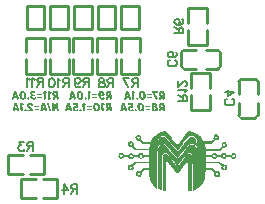
<source format=gbo>
G04 Layer: BottomSilkLayer*
G04 EasyEDA v6.4.7, 2020-12-07T01:06:49--5:00*
G04 5e8349f5503448508ce6795c89dbbb90,9f54a757970e4a3cb0a7e8d24ad546a0,10*
G04 Gerber Generator version 0.2*
G04 Scale: 100 percent, Rotated: No, Reflected: No *
G04 Dimensions in millimeters *
G04 leading zeros omitted , absolute positions ,3 integer and 3 decimal *
%FSLAX33Y33*%
%MOMM*%
G90*
D02*

%ADD10C,0.254000*%
%ADD32C,0.152400*%

%LPD*%

%LPD*%
G36*
G01X18955Y5856D02*
G01X18815Y5856D01*
G01X18755Y5854D01*
G01X18693Y5847D01*
G01X18638Y5837D01*
G01X18595Y5825D01*
G01X18514Y5794D01*
G01X18366Y5509D01*
G01X18366Y5049D01*
G01X18509Y5155D01*
G01X18653Y5261D01*
G01X18822Y5245D01*
G01X18993Y5228D01*
G01X19961Y4072D01*
G01X20069Y4072D01*
G01X20477Y4600D01*
G01X20533Y4672D01*
G01X20588Y4742D01*
G01X20642Y4810D01*
G01X20694Y4874D01*
G01X20743Y4935D01*
G01X20789Y4991D01*
G01X20832Y5042D01*
G01X20870Y5087D01*
G01X20903Y5124D01*
G01X20931Y5155D01*
G01X20952Y5177D01*
G01X20967Y5190D01*
G01X21049Y5253D01*
G01X21400Y5253D01*
G01X21522Y5140D01*
G01X21645Y5027D01*
G01X21600Y5670D01*
G01X21371Y5856D01*
G01X21037Y5856D01*
G01X20870Y5660D01*
G01X20815Y5594D01*
G01X20782Y5552D01*
G01X20745Y5506D01*
G01X20705Y5456D01*
G01X20663Y5403D01*
G01X20620Y5348D01*
G01X20577Y5290D01*
G01X20532Y5232D01*
G01X20488Y5174D01*
G01X20444Y5117D01*
G01X20402Y5060D01*
G01X20340Y4978D01*
G01X20280Y4901D01*
G01X20223Y4830D01*
G01X20171Y4767D01*
G01X20125Y4714D01*
G01X20087Y4673D01*
G01X20058Y4644D01*
G01X20041Y4631D01*
G01X19981Y4606D01*
G01X18955Y5856D01*
G37*

%LPD*%
G36*
G01X19015Y6300D02*
G01X18919Y6315D01*
G01X18648Y6237D01*
G01X18378Y6159D01*
G01X18127Y5933D01*
G01X17877Y5708D01*
G01X17751Y5404D01*
G01X17192Y5404D01*
G01X17075Y5513D01*
G01X16960Y5623D01*
G01X16960Y5886D01*
G01X16839Y6007D01*
G01X16561Y6007D01*
G01X16506Y5905D01*
G01X16451Y5802D01*
G01X16483Y5703D01*
G01X16514Y5605D01*
G01X16612Y5552D01*
G01X16710Y5500D01*
G01X16752Y5526D01*
G01X16793Y5551D01*
G01X16936Y5402D01*
G01X17078Y5253D01*
G01X17663Y5253D01*
G01X17662Y5165D01*
G01X17660Y5122D01*
G01X17653Y5070D01*
G01X17643Y5015D01*
G01X17631Y4964D01*
G01X17601Y4851D01*
G01X16525Y4851D01*
G01X16420Y4964D01*
G01X16314Y5077D01*
G01X16298Y5223D01*
G01X16281Y5369D01*
G01X16121Y5469D01*
G01X15855Y5403D01*
G01X15824Y5276D01*
G01X15792Y5149D01*
G01X15881Y5050D01*
G01X15970Y4952D01*
G01X16188Y4952D01*
G01X16306Y4826D01*
G01X16424Y4701D01*
G01X17613Y4701D01*
G01X17613Y4299D01*
G01X17121Y4299D01*
G01X17063Y4449D01*
G01X16771Y4449D01*
G01X16646Y4299D01*
G01X16349Y4299D01*
G01X16199Y4449D01*
G01X15966Y4449D01*
G01X15841Y4299D01*
G01X15514Y4299D01*
G01X15389Y4449D01*
G01X15103Y4449D01*
G01X15052Y4352D01*
G01X15031Y4308D01*
G01X15015Y4261D01*
G01X15004Y4215D01*
G01X15000Y4177D01*
G01X15000Y4100D01*
G01X15256Y3932D01*
G01X15548Y4148D01*
G01X15831Y4148D01*
G01X15918Y4047D01*
G01X16004Y3947D01*
G01X16155Y3947D01*
G01X16357Y4148D01*
G01X16612Y4148D01*
G01X16760Y4038D01*
G01X16909Y3928D01*
G01X17058Y4038D01*
G01X17206Y4148D01*
G01X17613Y4148D01*
G01X17613Y3746D01*
G01X16388Y3746D01*
G01X16270Y3635D01*
G01X16211Y3587D01*
G01X16139Y3541D01*
G01X16062Y3500D01*
G01X15990Y3471D01*
G01X15829Y3419D01*
G01X15796Y3136D01*
G01X15916Y2992D01*
G01X16140Y2992D01*
G01X16318Y3189D01*
G01X16291Y3261D01*
G01X16264Y3332D01*
G01X16538Y3595D01*
G01X17613Y3595D01*
G01X17613Y3243D01*
G01X17129Y3243D01*
G01X16984Y3092D01*
G01X16840Y2942D01*
G01X16628Y2942D01*
G01X16507Y2821D01*
G01X16507Y2595D01*
G01X16611Y2523D01*
G01X16715Y2450D01*
G01X16816Y2477D01*
G01X16917Y2503D01*
G01X16958Y2610D01*
G01X16971Y2654D01*
G01X16979Y2696D01*
G01X16979Y2733D01*
G01X16973Y2757D01*
G01X16949Y2799D01*
G01X17063Y2921D01*
G01X17178Y3042D01*
G01X17598Y3042D01*
G01X17632Y2678D01*
G01X17665Y2313D01*
G01X17792Y2053D01*
G01X17918Y1793D01*
G01X18105Y1629D01*
G01X18291Y1465D01*
G01X18316Y3557D01*
G01X18341Y5647D01*
G01X18585Y5907D01*
G01X18765Y5906D01*
G01X18805Y5906D01*
G01X18841Y5905D01*
G01X18874Y5903D01*
G01X18904Y5898D01*
G01X18933Y5890D01*
G01X18962Y5877D01*
G01X18992Y5858D01*
G01X19024Y5832D01*
G01X19061Y5799D01*
G01X19102Y5757D01*
G01X19149Y5705D01*
G01X19203Y5643D01*
G01X19266Y5568D01*
G01X19339Y5481D01*
G01X19422Y5380D01*
G01X19518Y5263D01*
G01X19986Y4696D01*
G01X20026Y4711D01*
G01X20036Y4718D01*
G01X20053Y4735D01*
G01X20077Y4762D01*
G01X20107Y4797D01*
G01X20144Y4840D01*
G01X20185Y4890D01*
G01X20231Y4946D01*
G01X20281Y5009D01*
G01X20335Y5076D01*
G01X20391Y5147D01*
G01X20450Y5222D01*
G01X20511Y5300D01*
G01X20955Y5875D01*
G01X21205Y5940D01*
G01X21369Y5897D01*
G01X21531Y5854D01*
G01X21683Y5560D01*
G01X21683Y1484D01*
G01X21723Y1484D01*
G01X21746Y1493D01*
G01X21781Y1516D01*
G01X21824Y1553D01*
G01X21874Y1600D01*
G01X21928Y1656D01*
G01X21985Y1718D01*
G01X22043Y1784D01*
G01X22099Y1851D01*
G01X22150Y1917D01*
G01X22197Y1980D01*
G01X22235Y2038D01*
G01X22264Y2087D01*
G01X22353Y2263D01*
G01X22376Y2653D01*
G01X22399Y3042D01*
G01X22908Y3042D01*
G01X23024Y2933D01*
G01X23140Y2823D01*
G01X23140Y2560D01*
G01X23200Y2499D01*
G01X23261Y2439D01*
G01X23490Y2439D01*
G01X23572Y2565D01*
G01X23655Y2690D01*
G01X23572Y2816D01*
G01X23490Y2942D01*
G01X23260Y2942D01*
G01X23115Y3092D01*
G01X22971Y3243D01*
G01X22387Y3243D01*
G01X22387Y3595D01*
G01X23525Y3595D01*
G01X23754Y3351D01*
G01X23684Y3239D01*
G01X23846Y2992D01*
G01X24083Y2992D01*
G01X24203Y3136D01*
G01X24186Y3278D01*
G01X24171Y3419D01*
G01X24009Y3471D01*
G01X23937Y3500D01*
G01X23860Y3541D01*
G01X23788Y3587D01*
G01X23730Y3635D01*
G01X23611Y3746D01*
G01X22387Y3746D01*
G01X22387Y4148D01*
G01X22843Y4148D01*
G01X23128Y3937D01*
G01X23235Y3994D01*
G01X23276Y4020D01*
G01X23310Y4048D01*
G01X23333Y4076D01*
G01X23341Y4099D01*
G01X23341Y4148D01*
G01X23647Y4148D01*
G01X23932Y3937D01*
G01X24039Y3994D01*
G01X24080Y4020D01*
G01X24114Y4048D01*
G01X24137Y4076D01*
G01X24145Y4099D01*
G01X24145Y4148D01*
G01X24547Y4148D01*
G01X24547Y4099D01*
G01X24555Y4076D01*
G01X24576Y4050D01*
G01X24607Y4023D01*
G01X24645Y3999D01*
G01X24742Y3947D01*
G01X25000Y4045D01*
G01X25000Y4329D01*
G01X24939Y4389D01*
G01X24879Y4449D01*
G01X24660Y4449D01*
G01X24597Y4374D01*
G01X24535Y4299D01*
G01X24156Y4299D01*
G01X24098Y4449D01*
G01X23806Y4449D01*
G01X23681Y4299D01*
G01X23352Y4299D01*
G01X23294Y4449D01*
G01X23002Y4449D01*
G01X22877Y4299D01*
G01X22387Y4299D01*
G01X22387Y4650D01*
G01X23624Y4650D01*
G01X23767Y4799D01*
G01X23825Y4855D01*
G01X23877Y4899D01*
G01X23917Y4926D01*
G01X23940Y4931D01*
G01X23959Y4927D01*
G01X23992Y4930D01*
G01X24032Y4939D01*
G01X24076Y4954D01*
G01X24182Y4994D01*
G01X24208Y5095D01*
G01X24235Y5196D01*
G01X24162Y5301D01*
G01X24089Y5404D01*
G01X23864Y5404D01*
G01X23803Y5344D01*
G01X23743Y5283D01*
G01X23743Y5084D01*
G01X23525Y4851D01*
G01X22387Y4851D01*
G01X22387Y4973D01*
G01X22384Y5026D01*
G01X22377Y5082D01*
G01X22368Y5133D01*
G01X22356Y5174D01*
G01X22326Y5253D01*
G01X22920Y5253D01*
G01X23210Y5555D01*
G01X23422Y5555D01*
G01X23542Y5675D01*
G01X23542Y5904D01*
G01X23420Y5984D01*
G01X23298Y6065D01*
G01X23097Y5957D01*
G01X23064Y5853D01*
G01X23031Y5748D01*
G01X23091Y5688D01*
G01X22981Y5571D01*
G01X22872Y5454D01*
G01X22261Y5457D01*
G01X22127Y5678D01*
G01X21992Y5900D01*
G01X21790Y6034D01*
G01X21745Y6062D01*
G01X21696Y6091D01*
G01X21644Y6120D01*
G01X21591Y6148D01*
G01X21538Y6175D01*
G01X21486Y6199D01*
G01X21439Y6219D01*
G01X21396Y6236D01*
G01X21312Y6263D01*
G01X21221Y6285D01*
G01X21136Y6300D01*
G01X21067Y6306D01*
G01X20929Y6308D01*
G01X20499Y5728D01*
G01X20069Y5147D01*
G01X20009Y5165D01*
G01X19997Y5173D01*
G01X19978Y5190D01*
G01X19953Y5216D01*
G01X19922Y5250D01*
G01X19885Y5292D01*
G01X19844Y5340D01*
G01X19798Y5394D01*
G01X19698Y5519D01*
G01X19644Y5588D01*
G01X19588Y5659D01*
G01X19531Y5734D01*
G01X19112Y6283D01*
G01X19015Y6300D01*
G37*

%LPC*%
G36*
G01X16809Y5856D02*
G01X16742Y5856D01*
G01X16713Y5854D01*
G01X16685Y5847D01*
G01X16660Y5836D01*
G01X16642Y5823D01*
G01X16609Y5790D01*
G01X16664Y5723D01*
G01X16719Y5657D01*
G01X16764Y5684D01*
G01X16781Y5700D01*
G01X16796Y5725D01*
G01X16805Y5754D01*
G01X16809Y5784D01*
G01X16809Y5856D01*
G37*
G36*
G01X23358Y5873D02*
G01X23325Y5906D01*
G01X23258Y5850D01*
G01X23192Y5795D01*
G01X23219Y5750D01*
G01X23235Y5733D01*
G01X23260Y5719D01*
G01X23289Y5709D01*
G01X23319Y5705D01*
G01X23391Y5705D01*
G01X23391Y5772D01*
G01X23389Y5801D01*
G01X23382Y5829D01*
G01X23371Y5855D01*
G01X23358Y5873D01*
G37*
G36*
G01X16129Y5128D02*
G01X16165Y5313D01*
G01X15980Y5277D01*
G01X15980Y5128D01*
G01X16129Y5128D01*
G37*
G36*
G01X23966Y5253D02*
G01X23894Y5253D01*
G01X23894Y5186D01*
G01X23897Y5158D01*
G01X23904Y5129D01*
G01X23914Y5104D01*
G01X23927Y5086D01*
G01X23960Y5053D01*
G01X24027Y5108D01*
G01X24094Y5164D01*
G01X24067Y5209D01*
G01X24050Y5226D01*
G01X24026Y5240D01*
G01X23997Y5250D01*
G01X23966Y5253D01*
G37*
G36*
G01X16077Y4299D02*
G01X16005Y4299D01*
G01X16005Y4226D01*
G01X16016Y4166D01*
G01X16047Y4131D01*
G01X16094Y4123D01*
G01X16151Y4145D01*
G01X16218Y4187D01*
G01X16184Y4243D01*
G01X16165Y4264D01*
G01X16138Y4282D01*
G01X16108Y4294D01*
G01X16077Y4299D01*
G37*
G36*
G01X23442Y2791D02*
G01X23291Y2791D01*
G01X23291Y2590D01*
G01X23442Y2590D01*
G01X23442Y2791D01*
G37*
G36*
G01X16730Y2791D02*
G01X16658Y2791D01*
G01X16658Y2724D01*
G01X16660Y2695D01*
G01X16667Y2667D01*
G01X16678Y2642D01*
G01X16691Y2624D01*
G01X16724Y2591D01*
G01X16791Y2646D01*
G01X16858Y2702D01*
G01X16830Y2746D01*
G01X16814Y2764D01*
G01X16789Y2778D01*
G01X16760Y2787D01*
G01X16730Y2791D01*
G37*
G36*
G01X23916Y4299D02*
G01X23844Y4299D01*
G01X23844Y4226D01*
G01X23855Y4166D01*
G01X23886Y4131D01*
G01X23933Y4123D01*
G01X23991Y4145D01*
G01X24058Y4187D01*
G01X24023Y4243D01*
G01X24004Y4264D01*
G01X23978Y4282D01*
G01X23947Y4294D01*
G01X23916Y4299D01*
G37*
G36*
G01X15359Y4299D02*
G01X15143Y4299D01*
G01X15160Y4210D01*
G01X15177Y4122D01*
G01X15325Y4122D01*
G01X15342Y4210D01*
G01X15359Y4299D01*
G37*
G36*
G01X23112Y4299D02*
G01X23040Y4299D01*
G01X23040Y4232D01*
G01X23042Y4203D01*
G01X23049Y4174D01*
G01X23060Y4149D01*
G01X23073Y4132D01*
G01X23106Y4099D01*
G01X23173Y4154D01*
G01X23239Y4209D01*
G01X23212Y4254D01*
G01X23196Y4271D01*
G01X23171Y4286D01*
G01X23142Y4295D01*
G01X23112Y4299D01*
G37*
G36*
G01X24045Y3135D02*
G01X24045Y3351D01*
G01X23869Y3317D01*
G01X23869Y3169D01*
G01X24045Y3135D01*
G37*
G36*
G01X16162Y3243D02*
G01X16096Y3349D01*
G01X16038Y3329D01*
G01X16014Y3316D01*
G01X15992Y3291D01*
G01X15974Y3260D01*
G01X15963Y3226D01*
G01X15947Y3143D01*
G01X16023Y3143D01*
G01X16055Y3147D01*
G01X16086Y3157D01*
G01X16112Y3174D01*
G01X16130Y3193D01*
G01X16162Y3243D01*
G37*
G36*
G01X16881Y4299D02*
G01X16809Y4299D01*
G01X16809Y4226D01*
G01X16813Y4195D01*
G01X16824Y4165D01*
G01X16842Y4139D01*
G01X16863Y4120D01*
G01X16918Y4086D01*
G01X16969Y4138D01*
G01X17021Y4189D01*
G01X16987Y4244D01*
G01X16968Y4265D01*
G01X16942Y4282D01*
G01X16912Y4294D01*
G01X16881Y4299D01*
G37*
G36*
G01X24849Y4299D02*
G01X24782Y4299D01*
G01X24753Y4296D01*
G01X24725Y4289D01*
G01X24700Y4278D01*
G01X24682Y4265D01*
G01X24649Y4232D01*
G01X24704Y4166D01*
G01X24760Y4099D01*
G01X24804Y4126D01*
G01X24821Y4143D01*
G01X24836Y4167D01*
G01X24845Y4196D01*
G01X24849Y4226D01*
G01X24849Y4299D01*
G37*

%LPD*%
G36*
G01X18978Y5140D02*
G01X18900Y5203D01*
G01X18771Y5201D01*
G01X18643Y5200D01*
G01X18563Y5138D01*
G01X18527Y5106D01*
G01X18490Y5063D01*
G01X18454Y5015D01*
G01X18425Y4968D01*
G01X18366Y4858D01*
G01X18366Y1432D01*
G01X18495Y1383D01*
G01X18549Y1364D01*
G01X18600Y1348D01*
G01X18643Y1338D01*
G01X18671Y1334D01*
G01X18718Y1334D01*
G01X18718Y4279D01*
G01X18785Y4370D01*
G01X18851Y4462D01*
G01X19064Y4462D01*
G01X19084Y4459D01*
G01X19104Y4453D01*
G01X19124Y4442D01*
G01X19147Y4427D01*
G01X19172Y4405D01*
G01X19201Y4376D01*
G01X19235Y4339D01*
G01X19276Y4293D01*
G01X19324Y4236D01*
G01X19381Y4169D01*
G01X19447Y4088D01*
G01X19523Y3994D01*
G01X19612Y3886D01*
G01X20011Y3399D01*
G01X20409Y3912D01*
G01X20807Y4424D01*
G01X20985Y4439D01*
G01X21164Y4454D01*
G01X21280Y4315D01*
G01X21293Y2804D01*
G01X21306Y1292D01*
G01X21470Y1360D01*
G01X21633Y1430D01*
G01X21633Y4856D01*
G01X21559Y5000D01*
G01X21524Y5058D01*
G01X21487Y5109D01*
G01X21451Y5149D01*
G01X21420Y5170D01*
G01X21382Y5180D01*
G01X21324Y5187D01*
G01X21254Y5189D01*
G01X21181Y5188D01*
G01X21006Y5178D01*
G01X20537Y4575D01*
G01X20473Y4493D01*
G01X20411Y4415D01*
G01X20352Y4339D01*
G01X20295Y4269D01*
G01X20242Y4204D01*
G01X20194Y4145D01*
G01X20150Y4092D01*
G01X20112Y4047D01*
G01X20080Y4010D01*
G01X20054Y3983D01*
G01X20037Y3964D01*
G01X20027Y3957D01*
G01X19986Y3942D01*
G01X19520Y4510D01*
G01X19457Y4587D01*
G01X19394Y4662D01*
G01X19334Y4735D01*
G01X19276Y4804D01*
G01X19221Y4869D01*
G01X19169Y4929D01*
G01X19123Y4983D01*
G01X19080Y5031D01*
G01X19045Y5071D01*
G01X19015Y5103D01*
G01X18993Y5126D01*
G01X18978Y5140D01*
G37*

%LPD*%
G36*
G01X19112Y4399D02*
G01X18872Y4399D01*
G01X18769Y4205D01*
G01X18769Y1283D01*
G01X19070Y1283D01*
G01X19070Y3796D01*
G01X19115Y3796D01*
G01X19125Y3791D01*
G01X19140Y3778D01*
G01X19162Y3757D01*
G01X19189Y3727D01*
G01X19220Y3691D01*
G01X19256Y3649D01*
G01X19295Y3601D01*
G01X19338Y3547D01*
G01X19383Y3489D01*
G01X19430Y3428D01*
G01X19479Y3363D01*
G01X19530Y3295D01*
G01X19899Y2795D01*
G01X20121Y2791D01*
G01X20513Y3306D01*
G01X20904Y3821D01*
G01X20917Y2552D01*
G01X20931Y1283D01*
G01X21231Y1283D01*
G01X21231Y4278D01*
G01X21110Y4399D01*
G01X20853Y4399D01*
G01X20453Y3872D01*
G01X20399Y3800D01*
G01X20345Y3731D01*
G01X20295Y3666D01*
G01X20246Y3606D01*
G01X20201Y3549D01*
G01X20159Y3499D01*
G01X20122Y3454D01*
G01X20089Y3416D01*
G01X20062Y3385D01*
G01X20040Y3362D01*
G01X20025Y3349D01*
G01X20016Y3344D01*
G01X20008Y3349D01*
G01X19991Y3362D01*
G01X19968Y3385D01*
G01X19939Y3416D01*
G01X19903Y3454D01*
G01X19863Y3499D01*
G01X19819Y3549D01*
G01X19770Y3606D01*
G01X19718Y3666D01*
G01X19663Y3731D01*
G01X19605Y3800D01*
G01X19546Y3872D01*
G01X19112Y4399D01*
G37*

%LPD*%
G54D10*
G01X16750Y14999D02*
G01X15250Y14999D01*
G01X15250Y16899D01*
G01X16749Y16899D01*
G01X16749Y14999D01*
G01X14749Y14999D02*
G01X13250Y14999D01*
G01X13250Y16899D01*
G01X14749Y16899D01*
G01X14749Y14999D01*
G01X10749Y14999D02*
G01X9250Y14999D01*
G01X9250Y16899D01*
G01X10749Y16899D01*
G01X10749Y14999D01*
G01X12749Y14999D02*
G01X11250Y14999D01*
G01X11250Y16899D01*
G01X12749Y16899D01*
G01X12749Y14999D01*
G01X8749Y14999D02*
G01X7250Y14999D01*
G01X7250Y16899D01*
G01X8749Y16899D01*
G01X8749Y14999D01*
G01X21199Y11249D02*
G01X22799Y11249D01*
G01X22794Y9398D02*
G01X22794Y8148D01*
G01X21194Y9398D02*
G01X21194Y8148D01*
G01X22799Y9999D02*
G01X22799Y11249D01*
G01X21199Y9999D02*
G01X21199Y11249D01*
G01X21194Y8148D02*
G01X22794Y8148D01*
G01X6750Y699D02*
G01X6750Y2300D01*
G01X8600Y2294D02*
G01X9850Y2294D01*
G01X8600Y694D02*
G01X9850Y694D01*
G01X8000Y2300D02*
G01X6750Y2300D01*
G01X8000Y699D02*
G01X6750Y699D01*
G01X9850Y694D02*
G01X9850Y2294D01*
G01X5650Y2699D02*
G01X5650Y4300D01*
G01X7500Y4294D02*
G01X8750Y4294D01*
G01X7500Y2694D02*
G01X8750Y2694D01*
G01X6900Y4300D02*
G01X5650Y4300D01*
G01X6900Y2699D02*
G01X5650Y2699D01*
G01X8750Y2694D02*
G01X8750Y4294D01*
G01X15199Y14249D02*
G01X16800Y14249D01*
G01X16794Y12399D02*
G01X16794Y11149D01*
G01X15194Y12399D02*
G01X15194Y11149D01*
G01X16800Y12999D02*
G01X16800Y14249D01*
G01X15199Y12999D02*
G01X15199Y14249D01*
G01X15194Y11149D02*
G01X16794Y11149D01*
G01X9199Y14249D02*
G01X10800Y14249D01*
G01X10794Y12399D02*
G01X10794Y11149D01*
G01X9194Y12399D02*
G01X9194Y11149D01*
G01X10800Y12999D02*
G01X10800Y14249D01*
G01X9199Y12999D02*
G01X9199Y14249D01*
G01X9194Y11149D02*
G01X10794Y11149D01*
G01X7199Y14249D02*
G01X8800Y14249D01*
G01X8794Y12399D02*
G01X8794Y11149D01*
G01X7194Y12399D02*
G01X7194Y11149D01*
G01X8800Y12999D02*
G01X8800Y14249D01*
G01X7199Y12999D02*
G01X7199Y14249D01*
G01X7194Y11149D02*
G01X8794Y11149D01*
G01X20899Y16749D02*
G01X22500Y16749D01*
G01X22494Y14899D02*
G01X22494Y13649D01*
G01X20894Y14899D02*
G01X20894Y13649D01*
G01X22500Y15499D02*
G01X22500Y16749D01*
G01X20899Y15499D02*
G01X20899Y16749D01*
G01X20894Y13649D02*
G01X22494Y13649D01*
G01X11199Y14249D02*
G01X12800Y14249D01*
G01X12794Y12399D02*
G01X12794Y11149D01*
G01X11194Y12399D02*
G01X11194Y11149D01*
G01X12800Y12999D02*
G01X12800Y14249D01*
G01X11199Y12999D02*
G01X11199Y14249D01*
G01X11194Y11149D02*
G01X12794Y11149D01*
G01X13199Y14249D02*
G01X14800Y14249D01*
G01X14794Y12399D02*
G01X14794Y11149D01*
G01X13194Y12399D02*
G01X13194Y11149D01*
G01X14800Y12999D02*
G01X14800Y14249D01*
G01X13199Y12999D02*
G01X13199Y14249D01*
G01X13194Y11149D02*
G01X14794Y11149D01*
G01X26600Y10749D02*
G01X25400Y10749D01*
G01X26800Y8699D02*
G01X26800Y7699D01*
G01X25199Y8699D02*
G01X25199Y7699D01*
G01X26800Y9500D02*
G01X26800Y10499D01*
G01X25199Y9500D02*
G01X25199Y10499D01*
G01X26600Y7449D02*
G01X25400Y7449D01*
G01X26800Y7649D02*
G01X26800Y7699D01*
G01X25199Y7649D02*
G01X25199Y7699D01*
G01X26800Y10549D02*
G01X26800Y10499D01*
G01X25199Y10549D02*
G01X25199Y10499D01*
G01X23649Y11799D02*
G01X23649Y12999D01*
G01X21599Y11599D02*
G01X20599Y11599D01*
G01X21599Y13199D02*
G01X20599Y13199D01*
G01X22400Y11599D02*
G01X23399Y11599D01*
G01X22400Y13199D02*
G01X23399Y13199D01*
G01X20349Y11799D02*
G01X20349Y12999D01*
G01X20549Y11599D02*
G01X20599Y11599D01*
G01X20549Y13199D02*
G01X20599Y13199D01*
G01X23449Y11599D02*
G01X23399Y11599D01*
G01X23449Y13199D02*
G01X23399Y13199D01*

%LPD*%
G36*
G01X8230Y8489D02*
G01X7896Y8489D01*
G01X7890Y8488D01*
G01X7885Y8485D01*
G01X7882Y8481D01*
G01X7881Y8474D01*
G01X7886Y8421D01*
G01X7888Y8406D01*
G01X7891Y8393D01*
G01X7896Y8382D01*
G01X7901Y8372D01*
G01X7911Y8364D01*
G01X7924Y8359D01*
G01X7942Y8356D01*
G01X7962Y8355D01*
G01X8288Y8355D01*
G01X8292Y8357D01*
G01X8294Y8360D01*
G01X8295Y8365D01*
G01X8293Y8418D01*
G01X8291Y8424D01*
G01X8290Y8431D01*
G01X8289Y8437D01*
G01X8288Y8444D01*
G01X8286Y8450D01*
G01X8281Y8461D01*
G01X8273Y8471D01*
G01X8263Y8479D01*
G01X8257Y8482D01*
G01X8249Y8485D01*
G01X8240Y8487D01*
G01X8230Y8489D01*
G37*

%LPD*%
G36*
G01X8255Y8228D02*
G01X7934Y8228D01*
G01X7927Y8227D01*
G01X7921Y8225D01*
G01X7918Y8220D01*
G01X7917Y8215D01*
G01X7922Y8162D01*
G01X7924Y8147D01*
G01X7927Y8134D01*
G01X7931Y8123D01*
G01X7937Y8113D01*
G01X7947Y8104D01*
G01X7960Y8098D01*
G01X7977Y8094D01*
G01X7998Y8093D01*
G01X8325Y8093D01*
G01X8328Y8096D01*
G01X8330Y8100D01*
G01X8331Y8106D01*
G01X8328Y8159D01*
G01X8327Y8165D01*
G01X8326Y8172D01*
G01X8324Y8178D01*
G01X8323Y8184D01*
G01X8322Y8191D01*
G01X8316Y8202D01*
G01X8313Y8207D01*
G01X8309Y8212D01*
G01X8304Y8216D01*
G01X8299Y8219D01*
G01X8293Y8223D01*
G01X8284Y8225D01*
G01X8275Y8226D01*
G01X8255Y8228D01*
G37*

%LPD*%
G36*
G01X6380Y8710D02*
G01X6278Y8710D01*
G01X6266Y8709D01*
G01X6255Y8708D01*
G01X6244Y8704D01*
G01X6235Y8700D01*
G01X6221Y8688D01*
G01X6215Y8682D01*
G01X6210Y8675D01*
G01X6204Y8667D01*
G01X6198Y8658D01*
G01X6194Y8649D01*
G01X6189Y8639D01*
G01X6142Y8450D01*
G01X6113Y8332D01*
G01X6100Y8282D01*
G01X6089Y8237D01*
G01X6080Y8197D01*
G01X6073Y8162D01*
G01X6066Y8132D01*
G01X6059Y8106D01*
G01X6054Y8085D01*
G01X6050Y8068D01*
G01X6048Y8052D01*
G01X6046Y8040D01*
G01X6045Y8031D01*
G01X6045Y8017D01*
G01X6049Y8007D01*
G01X6052Y8004D01*
G01X6055Y8002D01*
G01X6060Y8000D01*
G01X6066Y7999D01*
G01X6123Y7999D01*
G01X6144Y8000D01*
G01X6162Y8002D01*
G01X6178Y8005D01*
G01X6192Y8009D01*
G01X6204Y8016D01*
G01X6214Y8023D01*
G01X6223Y8031D01*
G01X6230Y8040D01*
G01X6236Y8050D01*
G01X6241Y8061D01*
G01X6246Y8074D01*
G01X6250Y8088D01*
G01X6253Y8103D01*
G01X6256Y8119D01*
G01X6258Y8136D01*
G01X6261Y8154D01*
G01X6433Y8154D01*
G01X6466Y8017D01*
G01X6469Y8009D01*
G01X6474Y8003D01*
G01X6481Y8000D01*
G01X6489Y7999D01*
G01X6550Y7999D01*
G01X6558Y8000D01*
G01X6576Y8004D01*
G01X6592Y8008D01*
G01X6606Y8014D01*
G01X6612Y8018D01*
G01X6624Y8028D01*
G01X6629Y8035D01*
G01X6632Y8041D01*
G01X6634Y8048D01*
G01X6636Y8056D01*
G01X6637Y8065D01*
G01X6636Y8078D01*
G01X6633Y8095D01*
G01X6629Y8115D01*
G01X6624Y8139D01*
G01X6616Y8164D01*
G01X6607Y8191D01*
G01X6598Y8219D01*
G01X6588Y8250D01*
G01X6577Y8282D01*
G01X6565Y8315D01*
G01X6553Y8350D01*
G01X6540Y8385D01*
G01X6527Y8419D01*
G01X6515Y8452D01*
G01X6502Y8484D01*
G01X6489Y8515D01*
G01X6477Y8545D01*
G01X6465Y8574D01*
G01X6454Y8600D01*
G01X6443Y8624D01*
G01X6434Y8646D01*
G01X6425Y8664D01*
G01X6417Y8679D01*
G01X6410Y8690D01*
G01X6407Y8696D01*
G01X6403Y8702D01*
G01X6400Y8706D01*
G01X6398Y8708D01*
G01X6393Y8709D01*
G01X6388Y8709D01*
G01X6380Y8710D01*
G37*

%LPC*%
G36*
G01X6398Y8299D02*
G01X6324Y8563D01*
G01X6283Y8299D01*
G01X6398Y8299D01*
G37*

%LPD*%
G36*
G01X6855Y8710D02*
G01X6797Y8710D01*
G01X6771Y8709D01*
G01X6749Y8704D01*
G01X6731Y8697D01*
G01X6718Y8687D01*
G01X6707Y8674D01*
G01X6698Y8659D01*
G01X6694Y8643D01*
G01X6692Y8626D01*
G01X6692Y8619D01*
G01X6693Y8609D01*
G01X6694Y8597D01*
G01X6695Y8583D01*
G01X6695Y8549D01*
G01X6696Y8530D01*
G01X6697Y8510D01*
G01X6700Y8487D01*
G01X6702Y8464D01*
G01X6704Y8440D01*
G01X6705Y8416D01*
G01X6707Y8389D01*
G01X6708Y8362D01*
G01X6710Y8335D01*
G01X6713Y8309D01*
G01X6714Y8282D01*
G01X6716Y8230D01*
G01X6720Y8180D01*
G01X6722Y8156D01*
G01X6724Y8134D01*
G01X6725Y8113D01*
G01X6726Y8094D01*
G01X6728Y8076D01*
G01X6729Y8061D01*
G01X6731Y8047D01*
G01X6732Y8035D01*
G01X6733Y8025D01*
G01X6733Y8014D01*
G01X6734Y8011D01*
G01X6737Y8006D01*
G01X6738Y8004D01*
G01X6740Y8002D01*
G01X6743Y8000D01*
G01X6746Y7999D01*
G01X6804Y7999D01*
G01X6832Y8001D01*
G01X6855Y8005D01*
G01X6873Y8013D01*
G01X6885Y8024D01*
G01X6896Y8038D01*
G01X6903Y8055D01*
G01X6907Y8076D01*
G01X6908Y8101D01*
G01X6908Y8127D01*
G01X6907Y8144D01*
G01X6906Y8164D01*
G01X6904Y8186D01*
G01X6903Y8211D01*
G01X6901Y8237D01*
G01X6898Y8266D01*
G01X6896Y8295D01*
G01X6893Y8327D01*
G01X6891Y8359D01*
G01X6888Y8393D01*
G01X6883Y8462D01*
G01X6880Y8497D01*
G01X6878Y8532D01*
G01X6883Y8527D01*
G01X6888Y8523D01*
G01X6895Y8520D01*
G01X6907Y8515D01*
G01X6913Y8513D01*
G01X6918Y8512D01*
G01X6924Y8512D01*
G01X6933Y8513D01*
G01X6942Y8515D01*
G01X6951Y8518D01*
G01X6959Y8522D01*
G01X6965Y8527D01*
G01X6977Y8539D01*
G01X6982Y8545D01*
G01X6987Y8553D01*
G01X6991Y8560D01*
G01X6997Y8576D01*
G01X7001Y8592D01*
G01X7002Y8599D01*
G01X7002Y8610D01*
G01X7000Y8614D01*
G01X6998Y8616D01*
G01X6996Y8619D01*
G01X6993Y8623D01*
G01X6990Y8626D01*
G01X6984Y8629D01*
G01X6977Y8633D01*
G01X6970Y8638D01*
G01X6962Y8644D01*
G01X6952Y8651D01*
G01X6940Y8658D01*
G01X6927Y8666D01*
G01X6911Y8675D01*
G01X6903Y8680D01*
G01X6894Y8685D01*
G01X6885Y8691D01*
G01X6875Y8698D01*
G01X6867Y8703D01*
G01X6861Y8707D01*
G01X6855Y8710D01*
G37*

%LPD*%
G36*
G01X7561Y8718D02*
G01X7513Y8720D01*
G01X7481Y8719D01*
G01X7452Y8716D01*
G01X7426Y8710D01*
G01X7404Y8703D01*
G01X7382Y8693D01*
G01X7363Y8682D01*
G01X7346Y8670D01*
G01X7332Y8657D01*
G01X7321Y8643D01*
G01X7311Y8629D01*
G01X7303Y8613D01*
G01X7297Y8596D01*
G01X7292Y8580D01*
G01X7289Y8563D01*
G01X7287Y8548D01*
G01X7287Y8532D01*
G01X7288Y8509D01*
G01X7291Y8485D01*
G01X7297Y8463D01*
G01X7305Y8441D01*
G01X7314Y8419D01*
G01X7324Y8397D01*
G01X7336Y8376D01*
G01X7348Y8357D01*
G01X7362Y8337D01*
G01X7392Y8299D01*
G01X7409Y8281D01*
G01X7425Y8265D01*
G01X7442Y8249D01*
G01X7458Y8234D01*
G01X7475Y8220D01*
G01X7491Y8206D01*
G01X7521Y8182D01*
G01X7536Y8172D01*
G01X7549Y8162D01*
G01X7561Y8153D01*
G01X7570Y8145D01*
G01X7579Y8139D01*
G01X7325Y8139D01*
G01X7317Y8137D01*
G01X7313Y8135D01*
G01X7311Y8132D01*
G01X7310Y8130D01*
G01X7310Y8126D01*
G01X7312Y8068D01*
G01X7314Y8053D01*
G01X7318Y8040D01*
G01X7323Y8029D01*
G01X7330Y8019D01*
G01X7338Y8010D01*
G01X7351Y8004D01*
G01X7368Y8000D01*
G01X7388Y7999D01*
G01X7716Y7999D01*
G01X7739Y8000D01*
G01X7759Y8003D01*
G01X7775Y8009D01*
G01X7787Y8017D01*
G01X7796Y8026D01*
G01X7802Y8038D01*
G01X7806Y8054D01*
G01X7807Y8073D01*
G01X7807Y8139D01*
G01X7805Y8144D01*
G01X7802Y8153D01*
G01X7802Y8156D01*
G01X7796Y8165D01*
G01X7788Y8174D01*
G01X7777Y8185D01*
G01X7764Y8197D01*
G01X7750Y8210D01*
G01X7734Y8223D01*
G01X7717Y8237D01*
G01X7698Y8250D01*
G01X7680Y8266D01*
G01X7661Y8281D01*
G01X7642Y8298D01*
G01X7602Y8330D01*
G01X7583Y8347D01*
G01X7565Y8363D01*
G01X7548Y8380D01*
G01X7533Y8397D01*
G01X7518Y8415D01*
G01X7505Y8432D01*
G01X7493Y8449D01*
G01X7482Y8465D01*
G01X7475Y8481D01*
G01X7471Y8496D01*
G01X7470Y8512D01*
G01X7471Y8524D01*
G01X7474Y8535D01*
G01X7480Y8546D01*
G01X7487Y8555D01*
G01X7498Y8563D01*
G01X7510Y8568D01*
G01X7526Y8572D01*
G01X7543Y8573D01*
G01X7554Y8572D01*
G01X7564Y8569D01*
G01X7573Y8566D01*
G01X7581Y8560D01*
G01X7589Y8553D01*
G01X7595Y8546D01*
G01X7601Y8537D01*
G01X7607Y8527D01*
G01X7611Y8517D01*
G01X7619Y8495D01*
G01X7622Y8484D01*
G01X7623Y8473D01*
G01X7625Y8462D01*
G01X7626Y8451D01*
G01X7627Y8441D01*
G01X7629Y8436D01*
G01X7630Y8432D01*
G01X7632Y8428D01*
G01X7635Y8426D01*
G01X7638Y8425D01*
G01X7643Y8424D01*
G01X7651Y8423D01*
G01X7660Y8423D01*
G01X7708Y8430D01*
G01X7742Y8450D01*
G01X7762Y8483D01*
G01X7769Y8530D01*
G01X7768Y8554D01*
G01X7764Y8577D01*
G01X7758Y8599D01*
G01X7749Y8619D01*
G01X7737Y8636D01*
G01X7722Y8651D01*
G01X7706Y8665D01*
G01X7688Y8677D01*
G01X7670Y8688D01*
G01X7650Y8696D01*
G01X7629Y8704D01*
G01X7607Y8710D01*
G01X7561Y8718D01*
G37*

%LPD*%
G36*
G01X8733Y8710D02*
G01X8630Y8710D01*
G01X8618Y8709D01*
G01X8607Y8708D01*
G01X8596Y8704D01*
G01X8587Y8700D01*
G01X8566Y8682D01*
G01X8559Y8675D01*
G01X8554Y8667D01*
G01X8546Y8649D01*
G01X8542Y8639D01*
G01X8494Y8450D01*
G01X8465Y8332D01*
G01X8452Y8282D01*
G01X8441Y8237D01*
G01X8432Y8197D01*
G01X8425Y8162D01*
G01X8418Y8132D01*
G01X8411Y8106D01*
G01X8406Y8085D01*
G01X8402Y8068D01*
G01X8400Y8052D01*
G01X8398Y8040D01*
G01X8397Y8031D01*
G01X8397Y8017D01*
G01X8398Y8012D01*
G01X8400Y8007D01*
G01X8402Y8004D01*
G01X8406Y8002D01*
G01X8411Y8000D01*
G01X8418Y7999D01*
G01X8475Y7999D01*
G01X8496Y8000D01*
G01X8514Y8002D01*
G01X8530Y8005D01*
G01X8544Y8009D01*
G01X8556Y8016D01*
G01X8566Y8023D01*
G01X8575Y8031D01*
G01X8582Y8040D01*
G01X8588Y8050D01*
G01X8593Y8061D01*
G01X8598Y8074D01*
G01X8602Y8088D01*
G01X8605Y8103D01*
G01X8608Y8119D01*
G01X8610Y8136D01*
G01X8613Y8154D01*
G01X8785Y8154D01*
G01X8818Y8017D01*
G01X8821Y8009D01*
G01X8827Y8003D01*
G01X8833Y8000D01*
G01X8841Y7999D01*
G01X8902Y7999D01*
G01X8910Y8000D01*
G01X8928Y8004D01*
G01X8944Y8008D01*
G01X8958Y8014D01*
G01X8964Y8018D01*
G01X8976Y8028D01*
G01X8981Y8035D01*
G01X8984Y8041D01*
G01X8987Y8048D01*
G01X8988Y8056D01*
G01X8989Y8065D01*
G01X8988Y8078D01*
G01X8986Y8095D01*
G01X8981Y8115D01*
G01X8976Y8139D01*
G01X8968Y8164D01*
G01X8959Y8191D01*
G01X8950Y8219D01*
G01X8940Y8250D01*
G01X8929Y8282D01*
G01X8917Y8315D01*
G01X8905Y8350D01*
G01X8892Y8385D01*
G01X8879Y8419D01*
G01X8867Y8452D01*
G01X8854Y8484D01*
G01X8841Y8515D01*
G01X8829Y8545D01*
G01X8817Y8574D01*
G01X8806Y8600D01*
G01X8796Y8624D01*
G01X8786Y8646D01*
G01X8777Y8664D01*
G01X8769Y8679D01*
G01X8763Y8690D01*
G01X8755Y8702D01*
G01X8752Y8706D01*
G01X8750Y8708D01*
G01X8745Y8709D01*
G01X8740Y8709D01*
G01X8733Y8710D01*
G37*

%LPC*%
G36*
G01X8750Y8299D02*
G01X8676Y8563D01*
G01X8636Y8299D01*
G01X8750Y8299D01*
G37*

%LPD*%
G36*
G01X9514Y8710D02*
G01X9445Y8710D01*
G01X9431Y8708D01*
G01X9418Y8706D01*
G01X9398Y8700D01*
G01X9390Y8695D01*
G01X9383Y8690D01*
G01X9377Y8685D01*
G01X9373Y8678D01*
G01X9368Y8671D01*
G01X9365Y8663D01*
G01X9362Y8654D01*
G01X9361Y8645D01*
G01X9359Y8625D01*
G01X9359Y8599D01*
G01X9360Y8581D01*
G01X9361Y8560D01*
G01X9362Y8535D01*
G01X9363Y8509D01*
G01X9365Y8481D01*
G01X9367Y8452D01*
G01X9370Y8421D01*
G01X9372Y8389D01*
G01X9377Y8323D01*
G01X9382Y8255D01*
G01X9386Y8191D01*
G01X9387Y8162D01*
G01X9390Y8133D01*
G01X9392Y8107D01*
G01X9393Y8084D01*
G01X9395Y8063D01*
G01X9401Y8012D01*
G01X9401Y8008D01*
G01X9405Y8004D01*
G01X9409Y8002D01*
G01X9412Y8000D01*
G01X9415Y7999D01*
G01X9502Y7999D01*
G01X9520Y8000D01*
G01X9537Y8002D01*
G01X9551Y8006D01*
G01X9563Y8012D01*
G01X9571Y8018D01*
G01X9578Y8025D01*
G01X9585Y8034D01*
G01X9591Y8042D01*
G01X9615Y8095D01*
G01X9640Y8146D01*
G01X9664Y8196D01*
G01X9687Y8245D01*
G01X9710Y8295D01*
G01X9733Y8344D01*
G01X9781Y8444D01*
G01X9779Y8337D01*
G01X9779Y8230D01*
G01X9777Y8176D01*
G01X9776Y8122D01*
G01X9774Y8069D01*
G01X9773Y8014D01*
G01X9774Y8008D01*
G01X9777Y8003D01*
G01X9782Y8000D01*
G01X9789Y7999D01*
G01X9845Y7999D01*
G01X9870Y8001D01*
G01X9893Y8005D01*
G01X9911Y8012D01*
G01X9926Y8022D01*
G01X9936Y8035D01*
G01X9943Y8050D01*
G01X9947Y8068D01*
G01X9949Y8088D01*
G01X9949Y8095D01*
G01X9948Y8104D01*
G01X9947Y8115D01*
G01X9946Y8129D01*
G01X9946Y8160D01*
G01X9945Y8177D01*
G01X9944Y8197D01*
G01X9941Y8216D01*
G01X9939Y8237D01*
G01X9938Y8259D01*
G01X9936Y8281D01*
G01X9934Y8305D01*
G01X9933Y8329D01*
G01X9931Y8353D01*
G01X9928Y8377D01*
G01X9926Y8414D01*
G01X9923Y8447D01*
G01X9921Y8476D01*
G01X9918Y8502D01*
G01X9917Y8526D01*
G01X9916Y8549D01*
G01X9914Y8569D01*
G01X9913Y8588D01*
G01X9912Y8604D01*
G01X9911Y8619D01*
G01X9909Y8633D01*
G01X9908Y8647D01*
G01X9908Y8670D01*
G01X9907Y8682D01*
G01X9906Y8695D01*
G01X9904Y8702D01*
G01X9901Y8706D01*
G01X9897Y8709D01*
G01X9890Y8710D01*
G01X9796Y8710D01*
G01X9781Y8708D01*
G01X9768Y8706D01*
G01X9756Y8703D01*
G01X9746Y8699D01*
G01X9737Y8693D01*
G01X9729Y8688D01*
G01X9723Y8682D01*
G01X9716Y8676D01*
G01X9709Y8668D01*
G01X9704Y8660D01*
G01X9692Y8636D01*
G01X9688Y8627D01*
G01X9685Y8619D01*
G01X9673Y8588D01*
G01X9663Y8559D01*
G01X9653Y8533D01*
G01X9644Y8510D01*
G01X9634Y8488D01*
G01X9626Y8468D01*
G01X9617Y8449D01*
G01X9611Y8431D01*
G01X9597Y8399D01*
G01X9591Y8386D01*
G01X9585Y8372D01*
G01X9580Y8360D01*
G01X9576Y8348D01*
G01X9572Y8337D01*
G01X9568Y8327D01*
G01X9547Y8286D01*
G01X9539Y8265D01*
G01X9535Y8254D01*
G01X9530Y8243D01*
G01X9530Y8427D01*
G01X9532Y8487D01*
G01X9532Y8700D01*
G01X9531Y8704D01*
G01X9528Y8708D01*
G01X9522Y8709D01*
G01X9514Y8710D01*
G37*

%LPD*%
G36*
G01X7148Y8176D02*
G01X7134Y8177D01*
G01X7115Y8175D01*
G01X7099Y8172D01*
G01X7085Y8165D01*
G01X7073Y8156D01*
G01X7066Y8145D01*
G01X7060Y8132D01*
G01X7057Y8117D01*
G01X7056Y8101D01*
G01X7056Y8092D01*
G01X7057Y8084D01*
G01X7059Y8075D01*
G01X7061Y8065D01*
G01X7064Y8055D01*
G01X7067Y8046D01*
G01X7071Y8037D01*
G01X7076Y8029D01*
G01X7088Y8013D01*
G01X7095Y8007D01*
G01X7104Y8002D01*
G01X7115Y7996D01*
G01X7127Y7992D01*
G01X7140Y7989D01*
G01X7155Y7989D01*
G01X7176Y7990D01*
G01X7193Y7995D01*
G01X7206Y8003D01*
G01X7216Y8014D01*
G01X7223Y8026D01*
G01X7229Y8040D01*
G01X7232Y8055D01*
G01X7233Y8073D01*
G01X7233Y8082D01*
G01X7232Y8091D01*
G01X7228Y8111D01*
G01X7225Y8119D01*
G01X7221Y8128D01*
G01X7211Y8144D01*
G01X7205Y8151D01*
G01X7198Y8157D01*
G01X7191Y8164D01*
G01X7183Y8169D01*
G01X7172Y8172D01*
G01X7160Y8175D01*
G01X7148Y8176D01*
G37*

%LPD*%
G36*
G01X9076Y8710D02*
G01X9058Y8710D01*
G01X9047Y8709D01*
G01X9037Y8707D01*
G01X9029Y8705D01*
G01X9022Y8704D01*
G01X9016Y8701D01*
G01X9010Y8699D01*
G01X9003Y8692D01*
G01X9000Y8688D01*
G01X8996Y8680D01*
G01X8994Y8670D01*
G01X8994Y8645D01*
G01X8995Y8638D01*
G01X8996Y8629D01*
G01X8998Y8620D01*
G01X9000Y8610D01*
G01X9003Y8599D01*
G01X9006Y8586D01*
G01X9009Y8571D01*
G01X9013Y8554D01*
G01X9018Y8535D01*
G01X9024Y8515D01*
G01X9031Y8491D01*
G01X9039Y8465D01*
G01X9047Y8437D01*
G01X9057Y8405D01*
G01X9068Y8371D01*
G01X9080Y8333D01*
G01X9093Y8292D01*
G01X9108Y8248D01*
G01X9124Y8199D01*
G01X9140Y8145D01*
G01X9158Y8088D01*
G01X9177Y8027D01*
G01X9182Y8015D01*
G01X9187Y8006D01*
G01X9192Y7998D01*
G01X9197Y7994D01*
G01X9202Y7991D01*
G01X9218Y7989D01*
G01X9241Y7989D01*
G01X9253Y7991D01*
G01X9259Y7991D01*
G01X9265Y7992D01*
G01X9271Y7994D01*
G01X9276Y7996D01*
G01X9280Y7999D01*
G01X9288Y8007D01*
G01X9291Y8012D01*
G01X9293Y8017D01*
G01X9294Y8023D01*
G01X9295Y8031D01*
G01X9296Y8040D01*
G01X9295Y8046D01*
G01X9294Y8054D01*
G01X9293Y8063D01*
G01X9289Y8083D01*
G01X9287Y8096D01*
G01X9284Y8109D01*
G01X9281Y8123D01*
G01X9276Y8141D01*
G01X9271Y8160D01*
G01X9265Y8180D01*
G01X9258Y8202D01*
G01X9251Y8227D01*
G01X9243Y8254D01*
G01X9234Y8283D01*
G01X9225Y8317D01*
G01X9213Y8351D01*
G01X9200Y8388D01*
G01X9188Y8428D01*
G01X9174Y8471D01*
G01X9159Y8518D01*
G01X9144Y8568D01*
G01X9126Y8622D01*
G01X9108Y8680D01*
G01X9104Y8690D01*
G01X9100Y8698D01*
G01X9095Y8703D01*
G01X9086Y8707D01*
G01X9081Y8709D01*
G01X9076Y8710D01*
G37*

%LPD*%

%LPD*%
G36*
G01X8466Y9487D02*
G01X8126Y9487D01*
G01X8121Y9484D01*
G01X8118Y9480D01*
G01X8117Y9475D01*
G01X8122Y9421D01*
G01X8123Y9407D01*
G01X8126Y9393D01*
G01X8131Y9382D01*
G01X8138Y9371D01*
G01X8147Y9363D01*
G01X8161Y9357D01*
G01X8178Y9354D01*
G01X8199Y9353D01*
G01X8519Y9353D01*
G01X8524Y9354D01*
G01X8528Y9355D01*
G01X8530Y9359D01*
G01X8531Y9363D01*
G01X8529Y9419D01*
G01X8527Y9425D01*
G01X8526Y9432D01*
G01X8524Y9444D01*
G01X8522Y9451D01*
G01X8517Y9462D01*
G01X8514Y9467D01*
G01X8510Y9472D01*
G01X8504Y9476D01*
G01X8499Y9480D01*
G01X8493Y9482D01*
G01X8485Y9485D01*
G01X8476Y9486D01*
G01X8466Y9487D01*
G37*

%LPD*%
G36*
G01X8501Y9228D02*
G01X8163Y9228D01*
G01X8157Y9225D01*
G01X8154Y9220D01*
G01X8153Y9213D01*
G01X8158Y9160D01*
G01X8160Y9146D01*
G01X8163Y9133D01*
G01X8168Y9122D01*
G01X8173Y9112D01*
G01X8183Y9104D01*
G01X8196Y9098D01*
G01X8213Y9095D01*
G01X8234Y9094D01*
G01X8557Y9094D01*
G01X8561Y9095D01*
G01X8564Y9096D01*
G01X8566Y9100D01*
G01X8567Y9104D01*
G01X8564Y9157D01*
G01X8563Y9165D01*
G01X8562Y9171D01*
G01X8560Y9178D01*
G01X8559Y9183D01*
G01X8558Y9189D01*
G01X8553Y9200D01*
G01X8549Y9206D01*
G01X8545Y9211D01*
G01X8535Y9220D01*
G01X8529Y9223D01*
G01X8521Y9226D01*
G01X8512Y9227D01*
G01X8501Y9228D01*
G37*

%LPD*%
G36*
G01X6339Y9708D02*
G01X6218Y9708D01*
G01X6207Y9707D01*
G01X6196Y9704D01*
G01X6187Y9701D01*
G01X6180Y9696D01*
G01X6173Y9690D01*
G01X6167Y9683D01*
G01X6162Y9675D01*
G01X6155Y9668D01*
G01X6147Y9650D01*
G01X6144Y9640D01*
G01X6137Y9620D01*
G01X6134Y9609D01*
G01X6094Y9451D01*
G01X6065Y9330D01*
G01X6053Y9281D01*
G01X6042Y9236D01*
G01X6033Y9197D01*
G01X6024Y9162D01*
G01X6017Y9132D01*
G01X6011Y9105D01*
G01X6006Y9084D01*
G01X6002Y9066D01*
G01X5999Y9052D01*
G01X5997Y9040D01*
G01X5997Y9030D01*
G01X5996Y9023D01*
G01X5997Y9017D01*
G01X5998Y9012D01*
G01X6001Y9008D01*
G01X6004Y9005D01*
G01X6007Y9003D01*
G01X6012Y9001D01*
G01X6017Y9000D01*
G01X6075Y9000D01*
G01X6096Y9001D01*
G01X6114Y9002D01*
G01X6130Y9006D01*
G01X6144Y9010D01*
G01X6155Y9016D01*
G01X6166Y9023D01*
G01X6175Y9031D01*
G01X6182Y9040D01*
G01X6188Y9051D01*
G01X6198Y9075D01*
G01X6202Y9089D01*
G01X6205Y9103D01*
G01X6207Y9119D01*
G01X6210Y9135D01*
G01X6212Y9152D01*
G01X6385Y9152D01*
G01X6418Y9015D01*
G01X6421Y9008D01*
G01X6426Y9004D01*
G01X6433Y9001D01*
G01X6441Y9000D01*
G01X6502Y9000D01*
G01X6510Y9001D01*
G01X6519Y9001D01*
G01X6527Y9002D01*
G01X6536Y9005D01*
G01X6551Y9011D01*
G01X6558Y9015D01*
G01X6570Y9024D01*
G01X6581Y9035D01*
G01X6585Y9042D01*
G01X6588Y9050D01*
G01X6590Y9058D01*
G01X6591Y9066D01*
G01X6590Y9078D01*
G01X6587Y9094D01*
G01X6582Y9114D01*
G01X6576Y9137D01*
G01X6567Y9163D01*
G01X6559Y9191D01*
G01X6550Y9221D01*
G01X6529Y9284D01*
G01X6518Y9316D01*
G01X6505Y9350D01*
G01X6492Y9383D01*
G01X6479Y9418D01*
G01X6466Y9452D01*
G01X6454Y9484D01*
G01X6441Y9515D01*
G01X6429Y9545D01*
G01X6417Y9573D01*
G01X6406Y9600D01*
G01X6395Y9625D01*
G01X6386Y9646D01*
G01X6377Y9664D01*
G01X6370Y9679D01*
G01X6365Y9691D01*
G01X6360Y9697D01*
G01X6353Y9704D01*
G01X6350Y9706D01*
G01X6345Y9707D01*
G01X6339Y9708D01*
G37*

%LPC*%
G36*
G01X6350Y9299D02*
G01X6276Y9561D01*
G01X6235Y9299D01*
G01X6350Y9299D01*
G37*

%LPD*%
G36*
G01X8826Y9708D02*
G01X8765Y9708D01*
G01X8739Y9707D01*
G01X8717Y9703D01*
G01X8700Y9696D01*
G01X8686Y9686D01*
G01X8675Y9673D01*
G01X8667Y9659D01*
G01X8662Y9643D01*
G01X8661Y9625D01*
G01X8661Y9609D01*
G01X8662Y9598D01*
G01X8663Y9584D01*
G01X8664Y9568D01*
G01X8664Y9550D01*
G01X8666Y9531D01*
G01X8669Y9510D01*
G01X8670Y9488D01*
G01X8671Y9465D01*
G01X8672Y9440D01*
G01X8678Y9362D01*
G01X8680Y9337D01*
G01X8681Y9310D01*
G01X8683Y9283D01*
G01X8684Y9257D01*
G01X8686Y9231D01*
G01X8689Y9206D01*
G01X8690Y9181D01*
G01X8692Y9135D01*
G01X8694Y9114D01*
G01X8695Y9095D01*
G01X8696Y9077D01*
G01X8697Y9061D01*
G01X8699Y9045D01*
G01X8700Y9034D01*
G01X8701Y9025D01*
G01X8702Y9019D01*
G01X8702Y9015D01*
G01X8703Y9011D01*
G01X8705Y9005D01*
G01X8707Y9002D01*
G01X8708Y9001D01*
G01X8711Y9001D01*
G01X8715Y9000D01*
G01X8773Y9000D01*
G01X8801Y9001D01*
G01X8824Y9006D01*
G01X8843Y9013D01*
G01X8856Y9023D01*
G01X8865Y9037D01*
G01X8872Y9055D01*
G01X8875Y9075D01*
G01X8877Y9099D01*
G01X8877Y9111D01*
G01X8876Y9126D01*
G01X8875Y9144D01*
G01X8874Y9165D01*
G01X8873Y9188D01*
G01X8871Y9212D01*
G01X8867Y9266D01*
G01X8864Y9295D01*
G01X8862Y9326D01*
G01X8859Y9359D01*
G01X8854Y9428D01*
G01X8846Y9533D01*
G01X8857Y9522D01*
G01X8863Y9518D01*
G01X8869Y9515D01*
G01X8875Y9513D01*
G01X8882Y9512D01*
G01X8888Y9511D01*
G01X8895Y9510D01*
G01X8903Y9511D01*
G01X8912Y9513D01*
G01X8920Y9516D01*
G01X8928Y9520D01*
G01X8940Y9532D01*
G01X8955Y9553D01*
G01X8959Y9560D01*
G01X8963Y9568D01*
G01X8966Y9576D01*
G01X8968Y9584D01*
G01X8970Y9598D01*
G01X8971Y9604D01*
G01X8971Y9607D01*
G01X8970Y9609D01*
G01X8969Y9612D01*
G01X8967Y9616D01*
G01X8964Y9619D01*
G01X8962Y9622D01*
G01X8958Y9625D01*
G01X8952Y9629D01*
G01X8946Y9634D01*
G01X8938Y9639D01*
G01X8930Y9645D01*
G01X8920Y9651D01*
G01X8908Y9658D01*
G01X8895Y9666D01*
G01X8879Y9675D01*
G01X8872Y9681D01*
G01X8864Y9687D01*
G01X8855Y9692D01*
G01X8846Y9698D01*
G01X8837Y9703D01*
G01X8831Y9706D01*
G01X8826Y9708D01*
G37*

%LPD*%
G36*
G01X9212Y9708D02*
G01X9149Y9708D01*
G01X9124Y9707D01*
G01X9102Y9703D01*
G01X9084Y9696D01*
G01X9070Y9686D01*
G01X9060Y9673D01*
G01X9053Y9659D01*
G01X9049Y9643D01*
G01X9047Y9625D01*
G01X9047Y9584D01*
G01X9048Y9568D01*
G01X9050Y9550D01*
G01X9051Y9531D01*
G01X9052Y9510D01*
G01X9054Y9488D01*
G01X9055Y9465D01*
G01X9057Y9440D01*
G01X9060Y9414D01*
G01X9061Y9388D01*
G01X9063Y9362D01*
G01X9065Y9337D01*
G01X9067Y9310D01*
G01X9068Y9283D01*
G01X9070Y9257D01*
G01X9071Y9231D01*
G01X9072Y9206D01*
G01X9075Y9181D01*
G01X9077Y9158D01*
G01X9078Y9135D01*
G01X9080Y9114D01*
G01X9081Y9095D01*
G01X9083Y9077D01*
G01X9085Y9045D01*
G01X9086Y9034D01*
G01X9087Y9025D01*
G01X9088Y9019D01*
G01X9088Y9011D01*
G01X9089Y9008D01*
G01X9093Y9002D01*
G01X9094Y9001D01*
G01X9096Y9001D01*
G01X9099Y9000D01*
G01X9159Y9000D01*
G01X9187Y9001D01*
G01X9210Y9006D01*
G01X9227Y9013D01*
G01X9240Y9023D01*
G01X9250Y9037D01*
G01X9257Y9055D01*
G01X9261Y9075D01*
G01X9263Y9099D01*
G01X9263Y9111D01*
G01X9262Y9126D01*
G01X9261Y9144D01*
G01X9260Y9165D01*
G01X9259Y9188D01*
G01X9257Y9212D01*
G01X9253Y9266D01*
G01X9250Y9295D01*
G01X9248Y9326D01*
G01X9245Y9359D01*
G01X9240Y9428D01*
G01X9237Y9463D01*
G01X9230Y9533D01*
G01X9236Y9528D01*
G01X9243Y9522D01*
G01X9249Y9518D01*
G01X9255Y9515D01*
G01X9260Y9513D01*
G01X9278Y9510D01*
G01X9288Y9511D01*
G01X9296Y9513D01*
G01X9304Y9516D01*
G01X9311Y9520D01*
G01X9325Y9532D01*
G01X9337Y9546D01*
G01X9345Y9560D01*
G01X9349Y9568D01*
G01X9352Y9576D01*
G01X9354Y9584D01*
G01X9356Y9598D01*
G01X9357Y9604D01*
G01X9357Y9607D01*
G01X9356Y9609D01*
G01X9355Y9612D01*
G01X9354Y9614D01*
G01X9352Y9616D01*
G01X9350Y9619D01*
G01X9342Y9625D01*
G01X9337Y9629D01*
G01X9331Y9634D01*
G01X9324Y9639D01*
G01X9316Y9645D01*
G01X9307Y9651D01*
G01X9294Y9658D01*
G01X9281Y9666D01*
G01X9265Y9675D01*
G01X9256Y9681D01*
G01X9248Y9687D01*
G01X9238Y9692D01*
G01X9230Y9698D01*
G01X9222Y9703D01*
G01X9212Y9708D01*
G37*

%LPD*%
G36*
G01X6922Y9719D02*
G01X6875Y9721D01*
G01X6843Y9720D01*
G01X6814Y9716D01*
G01X6787Y9710D01*
G01X6764Y9701D01*
G01X6742Y9690D01*
G01X6721Y9675D01*
G01X6704Y9659D01*
G01X6687Y9640D01*
G01X6674Y9619D01*
G01X6663Y9596D01*
G01X6654Y9571D01*
G01X6640Y9515D01*
G01X6635Y9484D01*
G01X6632Y9451D01*
G01X6631Y9416D01*
G01X6632Y9396D01*
G01X6632Y9374D01*
G01X6634Y9351D01*
G01X6637Y9327D01*
G01X6640Y9305D01*
G01X6644Y9281D01*
G01X6648Y9258D01*
G01X6654Y9233D01*
G01X6662Y9210D01*
G01X6672Y9187D01*
G01X6681Y9164D01*
G01X6692Y9142D01*
G01X6705Y9121D01*
G01X6718Y9101D01*
G01X6734Y9082D01*
G01X6751Y9063D01*
G01X6770Y9048D01*
G01X6790Y9034D01*
G01X6813Y9021D01*
G01X6837Y9010D01*
G01X6864Y9001D01*
G01X6893Y8995D01*
G01X6924Y8991D01*
G01X6957Y8990D01*
G01X6992Y8992D01*
G01X7024Y8996D01*
G01X7053Y9004D01*
G01X7078Y9015D01*
G01X7101Y9029D01*
G01X7122Y9044D01*
G01X7141Y9062D01*
G01X7157Y9081D01*
G01X7171Y9104D01*
G01X7183Y9128D01*
G01X7191Y9155D01*
G01X7198Y9183D01*
G01X7208Y9243D01*
G01X7210Y9275D01*
G01X7211Y9307D01*
G01X7210Y9345D01*
G01X7206Y9383D01*
G01X7202Y9422D01*
G01X7195Y9460D01*
G01X7185Y9496D01*
G01X7172Y9530D01*
G01X7157Y9562D01*
G01X7139Y9592D01*
G01X7118Y9620D01*
G01X7093Y9644D01*
G01X7066Y9667D01*
G01X7035Y9686D01*
G01X7001Y9701D01*
G01X6964Y9712D01*
G01X6922Y9719D01*
G37*

%LPC*%
G36*
G01X6909Y9566D02*
G01X6896Y9566D01*
G01X6877Y9564D01*
G01X6861Y9556D01*
G01X6847Y9542D01*
G01X6837Y9523D01*
G01X6830Y9500D01*
G01X6824Y9472D01*
G01X6820Y9441D01*
G01X6819Y9406D01*
G01X6819Y9390D01*
G01X6820Y9373D01*
G01X6822Y9333D01*
G01X6825Y9310D01*
G01X6829Y9288D01*
G01X6834Y9267D01*
G01X6840Y9246D01*
G01X6847Y9226D01*
G01X6855Y9207D01*
G01X6866Y9190D01*
G01X6878Y9175D01*
G01X6890Y9162D01*
G01X6904Y9153D01*
G01X6920Y9147D01*
G01X6939Y9145D01*
G01X6958Y9148D01*
G01X6975Y9156D01*
G01X6990Y9169D01*
G01X7002Y9188D01*
G01X7012Y9212D01*
G01X7020Y9241D01*
G01X7024Y9278D01*
G01X7025Y9320D01*
G01X7025Y9342D01*
G01X7024Y9353D01*
G01X7020Y9405D01*
G01X7018Y9419D01*
G01X7014Y9433D01*
G01X7011Y9446D01*
G01X7007Y9460D01*
G01X6998Y9485D01*
G01X6993Y9497D01*
G01X6987Y9509D01*
G01X6979Y9520D01*
G01X6972Y9531D01*
G01X6964Y9539D01*
G01X6955Y9547D01*
G01X6933Y9559D01*
G01X6922Y9563D01*
G01X6909Y9566D01*
G37*

%LPD*%
G36*
G01X7399Y9177D02*
G01X7386Y9178D01*
G01X7366Y9177D01*
G01X7349Y9172D01*
G01X7336Y9166D01*
G01X7325Y9157D01*
G01X7317Y9146D01*
G01X7312Y9133D01*
G01X7308Y9117D01*
G01X7307Y9099D01*
G01X7307Y9091D01*
G01X7309Y9075D01*
G01X7310Y9066D01*
G01X7316Y9046D01*
G01X7320Y9037D01*
G01X7325Y9028D01*
G01X7330Y9021D01*
G01X7338Y9013D01*
G01X7346Y9006D01*
G01X7355Y9000D01*
G01X7365Y8996D01*
G01X7376Y8992D01*
G01X7389Y8991D01*
G01X7404Y8990D01*
G01X7424Y8991D01*
G01X7442Y8996D01*
G01X7456Y9003D01*
G01X7467Y9012D01*
G01X7474Y9025D01*
G01X7478Y9039D01*
G01X7481Y9054D01*
G01X7482Y9071D01*
G01X7482Y9081D01*
G01X7481Y9091D01*
G01X7477Y9109D01*
G01X7474Y9119D01*
G01X7471Y9128D01*
G01X7467Y9137D01*
G01X7462Y9145D01*
G01X7455Y9152D01*
G01X7448Y9158D01*
G01X7440Y9163D01*
G01X7422Y9172D01*
G01X7411Y9175D01*
G01X7399Y9177D01*
G37*

%LPD*%
G36*
G01X7788Y9721D02*
G01X7734Y9721D01*
G01X7706Y9718D01*
G01X7680Y9713D01*
G01X7658Y9706D01*
G01X7637Y9697D01*
G01X7620Y9687D01*
G01X7604Y9676D01*
G01X7592Y9665D01*
G01X7580Y9653D01*
G01X7570Y9639D01*
G01X7562Y9625D01*
G01X7556Y9609D01*
G01X7552Y9593D01*
G01X7550Y9576D01*
G01X7549Y9560D01*
G01X7548Y9543D01*
G01X7549Y9519D01*
G01X7553Y9496D01*
G01X7560Y9475D01*
G01X7569Y9454D01*
G01X7581Y9436D01*
G01X7597Y9418D01*
G01X7616Y9401D01*
G01X7640Y9383D01*
G01X7618Y9373D01*
G01X7600Y9360D01*
G01X7584Y9346D01*
G01X7571Y9330D01*
G01X7561Y9314D01*
G01X7554Y9295D01*
G01X7550Y9275D01*
G01X7548Y9251D01*
G01X7549Y9230D01*
G01X7553Y9208D01*
G01X7559Y9185D01*
G01X7566Y9162D01*
G01X7576Y9140D01*
G01X7589Y9119D01*
G01X7604Y9098D01*
G01X7622Y9079D01*
G01X7642Y9061D01*
G01X7666Y9044D01*
G01X7692Y9029D01*
G01X7721Y9015D01*
G01X7753Y9004D01*
G01X7789Y8996D01*
G01X7828Y8992D01*
G01X7871Y8990D01*
G01X7895Y8991D01*
G01X7918Y8992D01*
G01X7939Y8996D01*
G01X7957Y9000D01*
G01X7976Y9004D01*
G01X7991Y9010D01*
G01X8006Y9017D01*
G01X8018Y9025D01*
G01X8028Y9033D01*
G01X8036Y9042D01*
G01X8043Y9053D01*
G01X8049Y9063D01*
G01X8053Y9074D01*
G01X8056Y9085D01*
G01X8058Y9097D01*
G01X8059Y9109D01*
G01X8057Y9132D01*
G01X8051Y9151D01*
G01X8040Y9167D01*
G01X8026Y9180D01*
G01X8009Y9190D01*
G01X7989Y9197D01*
G01X7966Y9202D01*
G01X7940Y9203D01*
G01X7933Y9203D01*
G01X7928Y9202D01*
G01X7925Y9202D01*
G01X7924Y9200D01*
G01X7923Y9200D01*
G01X7920Y9195D01*
G01X7919Y9190D01*
G01X7917Y9183D01*
G01X7915Y9177D01*
G01X7907Y9167D01*
G01X7901Y9163D01*
G01X7891Y9155D01*
G01X7886Y9152D01*
G01X7880Y9150D01*
G01X7868Y9148D01*
G01X7863Y9147D01*
G01X7857Y9146D01*
G01X7851Y9146D01*
G01X7846Y9145D01*
G01X7840Y9145D01*
G01X7825Y9146D01*
G01X7811Y9148D01*
G01X7798Y9152D01*
G01X7787Y9157D01*
G01X7777Y9163D01*
G01X7769Y9169D01*
G01X7762Y9176D01*
G01X7757Y9183D01*
G01X7751Y9191D01*
G01X7746Y9198D01*
G01X7742Y9206D01*
G01X7739Y9213D01*
G01X7738Y9222D01*
G01X7737Y9230D01*
G01X7736Y9237D01*
G01X7736Y9244D01*
G01X7737Y9258D01*
G01X7741Y9271D01*
G01X7748Y9282D01*
G01X7757Y9292D01*
G01X7767Y9299D01*
G01X7777Y9304D01*
G01X7789Y9307D01*
G01X7800Y9307D01*
G01X7942Y9312D01*
G01X7949Y9313D01*
G01X7953Y9316D01*
G01X7956Y9321D01*
G01X7957Y9327D01*
G01X7955Y9355D01*
G01X7953Y9370D01*
G01X7949Y9383D01*
G01X7944Y9394D01*
G01X7937Y9404D01*
G01X7927Y9412D01*
G01X7915Y9417D01*
G01X7898Y9420D01*
G01X7879Y9421D01*
G01X7790Y9426D01*
G01X7774Y9429D01*
G01X7760Y9434D01*
G01X7747Y9441D01*
G01X7736Y9449D01*
G01X7727Y9461D01*
G01X7721Y9474D01*
G01X7717Y9490D01*
G01X7716Y9508D01*
G01X7720Y9536D01*
G01X7732Y9556D01*
G01X7753Y9568D01*
G01X7782Y9571D01*
G01X7793Y9571D01*
G01X7803Y9570D01*
G01X7816Y9567D01*
G01X7828Y9564D01*
G01X7839Y9558D01*
G01X7849Y9549D01*
G01X7857Y9539D01*
G01X7863Y9526D01*
G01X7864Y9522D01*
G01X7867Y9517D01*
G01X7868Y9515D01*
G01X7881Y9515D01*
G01X7908Y9517D01*
G01X7931Y9520D01*
G01X7950Y9527D01*
G01X7965Y9536D01*
G01X7976Y9547D01*
G01X7984Y9560D01*
G01X7989Y9575D01*
G01X7990Y9592D01*
G01X7989Y9606D01*
G01X7986Y9619D01*
G01X7982Y9632D01*
G01X7975Y9645D01*
G01X7965Y9656D01*
G01X7954Y9667D01*
G01X7941Y9676D01*
G01X7927Y9686D01*
G01X7911Y9694D01*
G01X7893Y9701D01*
G01X7874Y9707D01*
G01X7853Y9711D01*
G01X7832Y9716D01*
G01X7811Y9719D01*
G01X7788Y9721D01*
G37*

%LPD*%
G36*
G01X9710Y9719D02*
G01X9662Y9719D01*
G01X9631Y9718D01*
G01X9603Y9715D01*
G01X9576Y9710D01*
G01X9552Y9703D01*
G01X9531Y9695D01*
G01X9511Y9685D01*
G01X9494Y9672D01*
G01X9479Y9658D01*
G01X9465Y9643D01*
G01X9453Y9627D01*
G01X9443Y9609D01*
G01X9436Y9589D01*
G01X9430Y9568D01*
G01X9426Y9545D01*
G01X9423Y9521D01*
G01X9423Y9495D01*
G01X9425Y9458D01*
G01X9431Y9423D01*
G01X9440Y9389D01*
G01X9453Y9358D01*
G01X9471Y9329D01*
G01X9494Y9304D01*
G01X9520Y9282D01*
G01X9552Y9264D01*
G01X9469Y9145D01*
G01X9458Y9128D01*
G01X9448Y9114D01*
G01X9440Y9101D01*
G01X9433Y9091D01*
G01X9427Y9083D01*
G01X9423Y9075D01*
G01X9421Y9069D01*
G01X9420Y9063D01*
G01X9423Y9057D01*
G01X9426Y9052D01*
G01X9435Y9039D01*
G01X9441Y9033D01*
G01X9448Y9027D01*
G01X9456Y9020D01*
G01X9464Y9014D01*
G01X9473Y9008D01*
G01X9483Y9003D01*
G01X9494Y8997D01*
G01X9507Y8994D01*
G01X9520Y8992D01*
G01X9534Y8990D01*
G01X9547Y8990D01*
G01X9563Y8991D01*
G01X9578Y8995D01*
G01X9591Y9001D01*
G01X9603Y9010D01*
G01X9614Y9021D01*
G01X9625Y9034D01*
G01X9635Y9049D01*
G01X9644Y9066D01*
G01X9654Y9084D01*
G01X9662Y9103D01*
G01X9670Y9124D01*
G01X9677Y9145D01*
G01X9683Y9168D01*
G01X9690Y9191D01*
G01X9702Y9239D01*
G01X9719Y9240D01*
G01X9735Y9242D01*
G01X9749Y9244D01*
G01X9761Y9246D01*
G01X9765Y9204D01*
G01X9768Y9162D01*
G01X9769Y9143D01*
G01X9771Y9124D01*
G01X9772Y9107D01*
G01X9773Y9091D01*
G01X9773Y9076D01*
G01X9774Y9062D01*
G01X9775Y9049D01*
G01X9776Y9038D01*
G01X9777Y9029D01*
G01X9778Y9022D01*
G01X9779Y9018D01*
G01X9779Y9011D01*
G01X9780Y9008D01*
G01X9784Y9002D01*
G01X9785Y9001D01*
G01X9787Y9001D01*
G01X9790Y9000D01*
G01X9845Y9000D01*
G01X9870Y9001D01*
G01X9893Y9006D01*
G01X9911Y9013D01*
G01X9926Y9023D01*
G01X9936Y9036D01*
G01X9943Y9051D01*
G01X9947Y9068D01*
G01X9949Y9089D01*
G01X9949Y9096D01*
G01X9948Y9105D01*
G01X9946Y9129D01*
G01X9946Y9160D01*
G01X9945Y9177D01*
G01X9944Y9195D01*
G01X9941Y9216D01*
G01X9939Y9238D01*
G01X9938Y9259D01*
G01X9936Y9282D01*
G01X9933Y9328D01*
G01X9931Y9352D01*
G01X9928Y9376D01*
G01X9925Y9424D01*
G01X9922Y9468D01*
G01X9920Y9507D01*
G01X9918Y9541D01*
G01X9916Y9571D01*
G01X9914Y9598D01*
G01X9912Y9621D01*
G01X9911Y9640D01*
G01X9909Y9660D01*
G01X9908Y9676D01*
G01X9907Y9688D01*
G01X9906Y9696D01*
G01X9903Y9701D01*
G01X9901Y9705D01*
G01X9897Y9708D01*
G01X9893Y9708D01*
G01X9878Y9709D01*
G01X9862Y9709D01*
G01X9846Y9710D01*
G01X9829Y9711D01*
G01X9797Y9712D01*
G01X9781Y9712D01*
G01X9766Y9714D01*
G01X9736Y9716D01*
G01X9723Y9718D01*
G01X9710Y9719D01*
G37*

%LPC*%
G36*
G01X9710Y9569D02*
G01X9682Y9569D01*
G01X9660Y9568D01*
G01X9641Y9564D01*
G01X9625Y9558D01*
G01X9613Y9548D01*
G01X9604Y9536D01*
G01X9598Y9521D01*
G01X9594Y9504D01*
G01X9593Y9485D01*
G01X9593Y9476D01*
G01X9596Y9449D01*
G01X9602Y9430D01*
G01X9606Y9420D01*
G01X9611Y9411D01*
G01X9616Y9403D01*
G01X9624Y9395D01*
G01X9632Y9388D01*
G01X9641Y9381D01*
G01X9652Y9376D01*
G01X9664Y9372D01*
G01X9677Y9369D01*
G01X9692Y9368D01*
G01X9705Y9369D01*
G01X9720Y9371D01*
G01X9736Y9374D01*
G01X9753Y9378D01*
G01X9751Y9405D01*
G01X9749Y9431D01*
G01X9747Y9455D01*
G01X9745Y9480D01*
G01X9744Y9503D01*
G01X9743Y9525D01*
G01X9741Y9545D01*
G01X9740Y9564D01*
G01X9733Y9565D01*
G01X9725Y9566D01*
G01X9718Y9568D01*
G01X9710Y9569D01*
G37*

%LPD*%

%LPD*%
G36*
G01X13129Y9487D02*
G01X12795Y9487D01*
G01X12788Y9486D01*
G01X12784Y9484D01*
G01X12781Y9480D01*
G01X12780Y9475D01*
G01X12782Y9421D01*
G01X12784Y9407D01*
G01X12788Y9394D01*
G01X12793Y9383D01*
G01X12800Y9373D01*
G01X12810Y9364D01*
G01X12822Y9358D01*
G01X12839Y9354D01*
G01X12859Y9353D01*
G01X13181Y9353D01*
G01X13186Y9354D01*
G01X13189Y9356D01*
G01X13191Y9360D01*
G01X13191Y9366D01*
G01X13189Y9419D01*
G01X13189Y9425D01*
G01X13188Y9432D01*
G01X13185Y9450D01*
G01X13183Y9456D01*
G01X13180Y9462D01*
G01X13172Y9472D01*
G01X13167Y9476D01*
G01X13162Y9479D01*
G01X13156Y9482D01*
G01X13148Y9484D01*
G01X13138Y9486D01*
G01X13129Y9487D01*
G37*

%LPD*%
G36*
G01X13164Y9228D02*
G01X12831Y9228D01*
G01X12824Y9227D01*
G01X12819Y9225D01*
G01X12816Y9221D01*
G01X12815Y9216D01*
G01X12820Y9160D01*
G01X12821Y9146D01*
G01X12824Y9132D01*
G01X12829Y9121D01*
G01X12836Y9112D01*
G01X12845Y9104D01*
G01X12859Y9098D01*
G01X12876Y9095D01*
G01X12897Y9094D01*
G01X13222Y9094D01*
G01X13226Y9096D01*
G01X13229Y9099D01*
G01X13229Y9104D01*
G01X13224Y9157D01*
G01X13224Y9172D01*
G01X13222Y9185D01*
G01X13218Y9195D01*
G01X13215Y9200D01*
G01X13212Y9206D01*
G01X13208Y9211D01*
G01X13203Y9215D01*
G01X13191Y9223D01*
G01X13183Y9225D01*
G01X13174Y9227D01*
G01X13164Y9228D01*
G37*

%LPD*%
G36*
G01X11182Y9708D02*
G01X11059Y9708D01*
G01X11039Y9704D01*
G01X11030Y9701D01*
G01X11022Y9695D01*
G01X11015Y9690D01*
G01X11002Y9675D01*
G01X10992Y9659D01*
G01X10988Y9649D01*
G01X10984Y9640D01*
G01X10977Y9620D01*
G01X10974Y9609D01*
G01X10971Y9599D01*
G01X10936Y9451D01*
G01X10905Y9333D01*
G01X10893Y9282D01*
G01X10882Y9236D01*
G01X10873Y9197D01*
G01X10865Y9162D01*
G01X10857Y9131D01*
G01X10852Y9105D01*
G01X10847Y9083D01*
G01X10844Y9066D01*
G01X10842Y9052D01*
G01X10841Y9040D01*
G01X10840Y9030D01*
G01X10839Y9023D01*
G01X10840Y9017D01*
G01X10841Y9012D01*
G01X10842Y9008D01*
G01X10844Y9005D01*
G01X10848Y9003D01*
G01X10853Y9001D01*
G01X10859Y9000D01*
G01X10936Y9000D01*
G01X10954Y9002D01*
G01X10970Y9005D01*
G01X10984Y9010D01*
G01X10996Y9016D01*
G01X11007Y9023D01*
G01X11016Y9031D01*
G01X11025Y9040D01*
G01X11031Y9051D01*
G01X11039Y9075D01*
G01X11042Y9089D01*
G01X11046Y9103D01*
G01X11049Y9119D01*
G01X11051Y9136D01*
G01X11053Y9155D01*
G01X11228Y9155D01*
G01X11261Y9015D01*
G01X11264Y9008D01*
G01X11269Y9004D01*
G01X11276Y9001D01*
G01X11284Y9000D01*
G01X11353Y9000D01*
G01X11370Y9002D01*
G01X11378Y9005D01*
G01X11385Y9008D01*
G01X11401Y9015D01*
G01X11407Y9019D01*
G01X11413Y9024D01*
G01X11418Y9029D01*
G01X11423Y9035D01*
G01X11427Y9042D01*
G01X11429Y9049D01*
G01X11431Y9057D01*
G01X11431Y9079D01*
G01X11428Y9095D01*
G01X11424Y9115D01*
G01X11418Y9137D01*
G01X11411Y9163D01*
G01X11402Y9191D01*
G01X11393Y9220D01*
G01X11383Y9251D01*
G01X11371Y9283D01*
G01X11347Y9349D01*
G01X11335Y9383D01*
G01X11321Y9418D01*
G01X11307Y9452D01*
G01X11294Y9484D01*
G01X11281Y9515D01*
G01X11270Y9545D01*
G01X11259Y9573D01*
G01X11248Y9600D01*
G01X11238Y9625D01*
G01X11228Y9646D01*
G01X11220Y9664D01*
G01X11212Y9679D01*
G01X11205Y9691D01*
G01X11197Y9701D01*
G01X11194Y9704D01*
G01X11190Y9706D01*
G01X11187Y9707D01*
G01X11182Y9708D01*
G37*

%LPC*%
G36*
G01X11192Y9299D02*
G01X11119Y9564D01*
G01X11075Y9299D01*
G01X11192Y9299D01*
G37*

%LPD*%
G36*
G01X12561Y9708D02*
G01X12498Y9708D01*
G01X12473Y9707D01*
G01X12452Y9703D01*
G01X12434Y9696D01*
G01X12419Y9686D01*
G01X12409Y9673D01*
G01X12402Y9659D01*
G01X12398Y9643D01*
G01X12396Y9625D01*
G01X12396Y9584D01*
G01X12398Y9568D01*
G01X12399Y9550D01*
G01X12400Y9531D01*
G01X12401Y9510D01*
G01X12403Y9488D01*
G01X12404Y9465D01*
G01X12406Y9440D01*
G01X12409Y9414D01*
G01X12411Y9362D01*
G01X12413Y9336D01*
G01X12414Y9310D01*
G01X12417Y9283D01*
G01X12419Y9257D01*
G01X12420Y9231D01*
G01X12422Y9206D01*
G01X12423Y9181D01*
G01X12425Y9157D01*
G01X12427Y9135D01*
G01X12429Y9114D01*
G01X12431Y9095D01*
G01X12432Y9076D01*
G01X12433Y9060D01*
G01X12434Y9045D01*
G01X12434Y9034D01*
G01X12435Y9025D01*
G01X12436Y9019D01*
G01X12437Y9015D01*
G01X12437Y9008D01*
G01X12439Y9002D01*
G01X12445Y9000D01*
G01X12508Y9000D01*
G01X12535Y9001D01*
G01X12558Y9005D01*
G01X12576Y9012D01*
G01X12589Y9023D01*
G01X12599Y9037D01*
G01X12607Y9054D01*
G01X12611Y9075D01*
G01X12612Y9099D01*
G01X12612Y9127D01*
G01X12611Y9145D01*
G01X12610Y9165D01*
G01X12607Y9187D01*
G01X12605Y9212D01*
G01X12603Y9238D01*
G01X12602Y9266D01*
G01X12599Y9295D01*
G01X12597Y9326D01*
G01X12594Y9359D01*
G01X12592Y9393D01*
G01X12585Y9463D01*
G01X12579Y9533D01*
G01X12584Y9527D01*
G01X12590Y9522D01*
G01X12596Y9518D01*
G01X12602Y9515D01*
G01X12609Y9513D01*
G01X12615Y9511D01*
G01X12621Y9511D01*
G01X12627Y9510D01*
G01X12637Y9511D01*
G01X12646Y9513D01*
G01X12654Y9516D01*
G01X12660Y9520D01*
G01X12668Y9526D01*
G01X12675Y9532D01*
G01X12681Y9539D01*
G01X12686Y9546D01*
G01X12691Y9552D01*
G01X12695Y9560D01*
G01X12704Y9584D01*
G01X12706Y9598D01*
G01X12706Y9609D01*
G01X12704Y9614D01*
G01X12702Y9617D01*
G01X12699Y9620D01*
G01X12695Y9622D01*
G01X12691Y9625D01*
G01X12681Y9633D01*
G01X12674Y9639D01*
G01X12656Y9651D01*
G01X12644Y9658D01*
G01X12630Y9666D01*
G01X12615Y9675D01*
G01X12606Y9680D01*
G01X12579Y9698D01*
G01X12571Y9703D01*
G01X12561Y9708D01*
G37*

%LPD*%
G36*
G01X11763Y9719D02*
G01X11718Y9721D01*
G01X11687Y9720D01*
G01X11657Y9716D01*
G01X11631Y9710D01*
G01X11606Y9701D01*
G01X11584Y9690D01*
G01X11565Y9675D01*
G01X11546Y9659D01*
G01X11530Y9640D01*
G01X11517Y9620D01*
G01X11505Y9597D01*
G01X11496Y9571D01*
G01X11487Y9543D01*
G01X11481Y9514D01*
G01X11477Y9483D01*
G01X11475Y9451D01*
G01X11474Y9416D01*
G01X11476Y9374D01*
G01X11477Y9351D01*
G01X11479Y9327D01*
G01X11482Y9305D01*
G01X11486Y9281D01*
G01X11491Y9257D01*
G01X11497Y9233D01*
G01X11504Y9211D01*
G01X11512Y9188D01*
G01X11522Y9165D01*
G01X11533Y9142D01*
G01X11545Y9121D01*
G01X11560Y9101D01*
G01X11576Y9082D01*
G01X11594Y9063D01*
G01X11612Y9048D01*
G01X11633Y9033D01*
G01X11656Y9021D01*
G01X11680Y9010D01*
G01X11705Y9001D01*
G01X11734Y8995D01*
G01X11765Y8991D01*
G01X11799Y8990D01*
G01X11835Y8991D01*
G01X11867Y8996D01*
G01X11896Y9004D01*
G01X11921Y9015D01*
G01X11944Y9029D01*
G01X11965Y9044D01*
G01X11984Y9062D01*
G01X12000Y9081D01*
G01X12013Y9103D01*
G01X12024Y9128D01*
G01X12034Y9154D01*
G01X12041Y9183D01*
G01X12046Y9212D01*
G01X12050Y9243D01*
G01X12053Y9275D01*
G01X12053Y9307D01*
G01X12052Y9345D01*
G01X12049Y9383D01*
G01X12043Y9421D01*
G01X12036Y9460D01*
G01X12026Y9496D01*
G01X12014Y9530D01*
G01X11998Y9562D01*
G01X11980Y9592D01*
G01X11959Y9620D01*
G01X11935Y9644D01*
G01X11909Y9666D01*
G01X11878Y9686D01*
G01X11844Y9701D01*
G01X11805Y9712D01*
G01X11763Y9719D01*
G37*

%LPC*%
G36*
G01X11752Y9565D02*
G01X11738Y9566D01*
G01X11719Y9564D01*
G01X11702Y9556D01*
G01X11688Y9542D01*
G01X11677Y9523D01*
G01X11670Y9500D01*
G01X11664Y9473D01*
G01X11661Y9443D01*
G01X11660Y9409D01*
G01X11660Y9391D01*
G01X11661Y9373D01*
G01X11665Y9333D01*
G01X11668Y9310D01*
G01X11672Y9288D01*
G01X11682Y9246D01*
G01X11690Y9226D01*
G01X11698Y9208D01*
G01X11707Y9191D01*
G01X11718Y9175D01*
G01X11731Y9162D01*
G01X11746Y9152D01*
G01X11762Y9147D01*
G01X11779Y9145D01*
G01X11799Y9147D01*
G01X11817Y9155D01*
G01X11832Y9169D01*
G01X11845Y9188D01*
G01X11854Y9211D01*
G01X11860Y9241D01*
G01X11864Y9277D01*
G01X11865Y9320D01*
G01X11865Y9366D01*
G01X11864Y9378D01*
G01X11862Y9391D01*
G01X11860Y9405D01*
G01X11855Y9433D01*
G01X11852Y9446D01*
G01X11849Y9460D01*
G01X11845Y9472D01*
G01X11841Y9485D01*
G01X11829Y9509D01*
G01X11822Y9520D01*
G01X11815Y9530D01*
G01X11806Y9539D01*
G01X11797Y9547D01*
G01X11787Y9553D01*
G01X11776Y9559D01*
G01X11764Y9563D01*
G01X11752Y9565D01*
G37*

%LPD*%
G36*
G01X12240Y9177D02*
G01X12226Y9178D01*
G01X12207Y9177D01*
G01X12191Y9172D01*
G01X12178Y9166D01*
G01X12168Y9157D01*
G01X12159Y9146D01*
G01X12152Y9132D01*
G01X12149Y9117D01*
G01X12147Y9099D01*
G01X12149Y9083D01*
G01X12150Y9074D01*
G01X12152Y9066D01*
G01X12155Y9056D01*
G01X12159Y9046D01*
G01X12163Y9038D01*
G01X12173Y9022D01*
G01X12180Y9013D01*
G01X12187Y9006D01*
G01X12196Y9000D01*
G01X12206Y8995D01*
G01X12218Y8992D01*
G01X12232Y8990D01*
G01X12246Y8990D01*
G01X12267Y8991D01*
G01X12284Y8995D01*
G01X12298Y9002D01*
G01X12307Y9012D01*
G01X12315Y9025D01*
G01X12321Y9038D01*
G01X12324Y9054D01*
G01X12325Y9071D01*
G01X12325Y9081D01*
G01X12323Y9101D01*
G01X12320Y9112D01*
G01X12317Y9120D01*
G01X12313Y9129D01*
G01X12308Y9137D01*
G01X12302Y9145D01*
G01X12297Y9152D01*
G01X12290Y9158D01*
G01X12283Y9163D01*
G01X12274Y9167D01*
G01X12264Y9172D01*
G01X12252Y9175D01*
G01X12240Y9177D01*
G37*

%LPD*%
G36*
G01X13588Y9720D02*
G01X13554Y9721D01*
G01X13518Y9720D01*
G01X13486Y9715D01*
G01X13457Y9707D01*
G01X13433Y9696D01*
G01X13410Y9682D01*
G01X13389Y9667D01*
G01X13372Y9651D01*
G01X13356Y9632D01*
G01X13345Y9611D01*
G01X13335Y9588D01*
G01X13327Y9563D01*
G01X13321Y9536D01*
G01X13316Y9509D01*
G01X13313Y9481D01*
G01X13311Y9453D01*
G01X13311Y9424D01*
G01X13312Y9381D01*
G01X13315Y9340D01*
G01X13321Y9298D01*
G01X13328Y9259D01*
G01X13340Y9221D01*
G01X13354Y9185D01*
G01X13371Y9151D01*
G01X13389Y9119D01*
G01X13412Y9091D01*
G01X13438Y9066D01*
G01X13467Y9044D01*
G01X13499Y9025D01*
G01X13535Y9009D01*
G01X13574Y8998D01*
G01X13617Y8992D01*
G01X13664Y8990D01*
G01X13687Y8990D01*
G01X13708Y8992D01*
G01X13728Y8994D01*
G01X13745Y8997D01*
G01X13762Y9003D01*
G01X13777Y9008D01*
G01X13790Y9016D01*
G01X13801Y9023D01*
G01X13819Y9041D01*
G01X13826Y9051D01*
G01X13831Y9061D01*
G01X13836Y9072D01*
G01X13839Y9084D01*
G01X13841Y9096D01*
G01X13841Y9109D01*
G01X13839Y9131D01*
G01X13834Y9151D01*
G01X13824Y9167D01*
G01X13811Y9180D01*
G01X13793Y9190D01*
G01X13772Y9197D01*
G01X13748Y9201D01*
G01X13720Y9203D01*
G01X13715Y9203D01*
G01X13711Y9202D01*
G01X13707Y9200D01*
G01X13706Y9199D01*
G01X13704Y9196D01*
G01X13703Y9194D01*
G01X13699Y9178D01*
G01X13696Y9167D01*
G01X13693Y9160D01*
G01X13689Y9155D01*
G01X13684Y9150D01*
G01X13676Y9147D01*
G01X13666Y9145D01*
G01X13654Y9145D01*
G01X13631Y9146D01*
G01X13610Y9150D01*
G01X13591Y9156D01*
G01X13575Y9165D01*
G01X13560Y9176D01*
G01X13547Y9187D01*
G01X13535Y9199D01*
G01X13524Y9213D01*
G01X13516Y9228D01*
G01X13509Y9244D01*
G01X13503Y9259D01*
G01X13499Y9274D01*
G01X13496Y9290D01*
G01X13493Y9305D01*
G01X13491Y9319D01*
G01X13491Y9343D01*
G01X13492Y9347D01*
G01X13494Y9350D01*
G01X13497Y9347D01*
G01X13500Y9343D01*
G01X13504Y9339D01*
G01X13509Y9333D01*
G01X13514Y9325D01*
G01X13521Y9317D01*
G01X13529Y9310D01*
G01X13537Y9302D01*
G01X13547Y9295D01*
G01X13559Y9288D01*
G01X13572Y9282D01*
G01X13585Y9277D01*
G01X13601Y9271D01*
G01X13617Y9267D01*
G01X13635Y9265D01*
G01X13654Y9264D01*
G01X13670Y9264D01*
G01X13687Y9266D01*
G01X13703Y9270D01*
G01X13720Y9274D01*
G01X13736Y9280D01*
G01X13751Y9287D01*
G01X13765Y9296D01*
G01X13778Y9307D01*
G01X13790Y9318D01*
G01X13801Y9332D01*
G01X13810Y9348D01*
G01X13819Y9366D01*
G01X13826Y9384D01*
G01X13832Y9406D01*
G01X13835Y9429D01*
G01X13836Y9454D01*
G01X13835Y9482D01*
G01X13832Y9508D01*
G01X13826Y9534D01*
G01X13819Y9559D01*
G01X13808Y9582D01*
G01X13795Y9604D01*
G01X13781Y9624D01*
G01X13765Y9642D01*
G01X13746Y9659D01*
G01X13725Y9674D01*
G01X13702Y9687D01*
G01X13676Y9698D01*
G01X13649Y9708D01*
G01X13619Y9716D01*
G01X13588Y9720D01*
G37*

%LPC*%
G36*
G01X13578Y9563D02*
G01X13567Y9564D01*
G01X13553Y9562D01*
G01X13540Y9559D01*
G01X13529Y9552D01*
G01X13519Y9543D01*
G01X13511Y9533D01*
G01X13506Y9521D01*
G01X13502Y9507D01*
G01X13501Y9490D01*
G01X13501Y9482D01*
G01X13502Y9474D01*
G01X13504Y9457D01*
G01X13510Y9439D01*
G01X13514Y9430D01*
G01X13519Y9421D01*
G01X13523Y9414D01*
G01X13529Y9407D01*
G01X13536Y9402D01*
G01X13544Y9396D01*
G01X13554Y9390D01*
G01X13564Y9386D01*
G01X13575Y9384D01*
G01X13587Y9383D01*
G01X13603Y9384D01*
G01X13615Y9388D01*
G01X13626Y9394D01*
G01X13633Y9404D01*
G01X13640Y9413D01*
G01X13645Y9424D01*
G01X13647Y9438D01*
G01X13648Y9452D01*
G01X13648Y9468D01*
G01X13646Y9485D01*
G01X13640Y9505D01*
G01X13636Y9514D01*
G01X13626Y9532D01*
G01X13621Y9539D01*
G01X13613Y9547D01*
G01X13605Y9553D01*
G01X13597Y9558D01*
G01X13588Y9561D01*
G01X13578Y9563D01*
G37*

%LPD*%
G36*
G01X14210Y9719D02*
G01X14162Y9719D01*
G01X14131Y9718D01*
G01X14103Y9715D01*
G01X14076Y9710D01*
G01X14052Y9703D01*
G01X14030Y9695D01*
G01X14011Y9684D01*
G01X13994Y9672D01*
G01X13979Y9658D01*
G01X13964Y9643D01*
G01X13953Y9627D01*
G01X13943Y9608D01*
G01X13935Y9589D01*
G01X13930Y9568D01*
G01X13926Y9546D01*
G01X13924Y9522D01*
G01X13923Y9498D01*
G01X13925Y9460D01*
G01X13930Y9423D01*
G01X13940Y9389D01*
G01X13953Y9358D01*
G01X13971Y9329D01*
G01X13993Y9304D01*
G01X14020Y9282D01*
G01X14052Y9264D01*
G01X13968Y9145D01*
G01X13958Y9129D01*
G01X13948Y9115D01*
G01X13940Y9102D01*
G01X13933Y9091D01*
G01X13927Y9083D01*
G01X13923Y9075D01*
G01X13921Y9069D01*
G01X13920Y9063D01*
G01X13921Y9060D01*
G01X13923Y9056D01*
G01X13926Y9052D01*
G01X13930Y9045D01*
G01X13935Y9039D01*
G01X13948Y9026D01*
G01X13964Y9014D01*
G01X13973Y9008D01*
G01X13983Y9002D01*
G01X13994Y8997D01*
G01X14007Y8994D01*
G01X14020Y8992D01*
G01X14034Y8990D01*
G01X14047Y8990D01*
G01X14063Y8991D01*
G01X14078Y8995D01*
G01X14091Y9001D01*
G01X14103Y9010D01*
G01X14114Y9021D01*
G01X14125Y9034D01*
G01X14135Y9049D01*
G01X14144Y9066D01*
G01X14153Y9084D01*
G01X14162Y9103D01*
G01X14170Y9123D01*
G01X14177Y9145D01*
G01X14183Y9167D01*
G01X14189Y9191D01*
G01X14196Y9215D01*
G01X14202Y9239D01*
G01X14219Y9240D01*
G01X14235Y9242D01*
G01X14261Y9246D01*
G01X14263Y9225D01*
G01X14265Y9203D01*
G01X14267Y9183D01*
G01X14268Y9162D01*
G01X14270Y9143D01*
G01X14271Y9124D01*
G01X14272Y9107D01*
G01X14273Y9091D01*
G01X14273Y9076D01*
G01X14275Y9050D01*
G01X14276Y9038D01*
G01X14277Y9029D01*
G01X14278Y9022D01*
G01X14278Y9015D01*
G01X14279Y9011D01*
G01X14281Y9005D01*
G01X14283Y9002D01*
G01X14285Y9001D01*
G01X14288Y9000D01*
G01X14344Y9000D01*
G01X14370Y9001D01*
G01X14393Y9005D01*
G01X14411Y9012D01*
G01X14426Y9023D01*
G01X14436Y9035D01*
G01X14443Y9051D01*
G01X14447Y9068D01*
G01X14449Y9089D01*
G01X14449Y9096D01*
G01X14448Y9105D01*
G01X14447Y9116D01*
G01X14446Y9129D01*
G01X14446Y9144D01*
G01X14445Y9160D01*
G01X14444Y9177D01*
G01X14443Y9195D01*
G01X14439Y9237D01*
G01X14436Y9282D01*
G01X14434Y9305D01*
G01X14433Y9328D01*
G01X14431Y9352D01*
G01X14428Y9376D01*
G01X14425Y9424D01*
G01X14422Y9468D01*
G01X14420Y9507D01*
G01X14418Y9541D01*
G01X14416Y9571D01*
G01X14413Y9597D01*
G01X14412Y9621D01*
G01X14410Y9640D01*
G01X14409Y9661D01*
G01X14408Y9676D01*
G01X14407Y9689D01*
G01X14405Y9696D01*
G01X14404Y9701D01*
G01X14401Y9705D01*
G01X14397Y9707D01*
G01X14393Y9708D01*
G01X14377Y9708D01*
G01X14362Y9709D01*
G01X14297Y9713D01*
G01X14281Y9714D01*
G01X14266Y9714D01*
G01X14251Y9715D01*
G01X14223Y9717D01*
G01X14210Y9719D01*
G37*

%LPC*%
G36*
G01X14210Y9569D02*
G01X14182Y9569D01*
G01X14159Y9567D01*
G01X14141Y9564D01*
G01X14125Y9557D01*
G01X14113Y9548D01*
G01X14105Y9536D01*
G01X14098Y9521D01*
G01X14094Y9504D01*
G01X14093Y9485D01*
G01X14093Y9469D01*
G01X14095Y9449D01*
G01X14099Y9439D01*
G01X14102Y9430D01*
G01X14106Y9420D01*
G01X14111Y9411D01*
G01X14116Y9403D01*
G01X14123Y9394D01*
G01X14132Y9387D01*
G01X14141Y9381D01*
G01X14152Y9376D01*
G01X14164Y9373D01*
G01X14177Y9371D01*
G01X14205Y9371D01*
G01X14220Y9373D01*
G01X14236Y9375D01*
G01X14253Y9378D01*
G01X14250Y9405D01*
G01X14248Y9430D01*
G01X14247Y9455D01*
G01X14245Y9480D01*
G01X14244Y9504D01*
G01X14243Y9526D01*
G01X14242Y9546D01*
G01X14240Y9564D01*
G01X14233Y9565D01*
G01X14217Y9567D01*
G01X14210Y9569D01*
G37*

%LPD*%

%LPD*%
G36*
G01X12683Y8489D02*
G01X12361Y8489D01*
G01X12354Y8488D01*
G01X12349Y8485D01*
G01X12346Y8480D01*
G01X12345Y8473D01*
G01X12348Y8420D01*
G01X12350Y8406D01*
G01X12354Y8393D01*
G01X12359Y8382D01*
G01X12366Y8372D01*
G01X12374Y8364D01*
G01X12387Y8359D01*
G01X12403Y8355D01*
G01X12424Y8354D01*
G01X12747Y8354D01*
G01X12751Y8355D01*
G01X12754Y8357D01*
G01X12756Y8360D01*
G01X12757Y8364D01*
G01X12754Y8418D01*
G01X12754Y8430D01*
G01X12753Y8437D01*
G01X12752Y8443D01*
G01X12748Y8455D01*
G01X12745Y8461D01*
G01X12742Y8466D01*
G01X12738Y8471D01*
G01X12726Y8479D01*
G01X12719Y8481D01*
G01X12712Y8485D01*
G01X12704Y8487D01*
G01X12694Y8488D01*
G01X12683Y8489D01*
G37*

%LPD*%
G36*
G01X12729Y8227D02*
G01X12390Y8227D01*
G01X12385Y8224D01*
G01X12382Y8220D01*
G01X12381Y8214D01*
G01X12384Y8161D01*
G01X12386Y8147D01*
G01X12389Y8134D01*
G01X12395Y8122D01*
G01X12401Y8113D01*
G01X12411Y8104D01*
G01X12424Y8098D01*
G01X12440Y8094D01*
G01X12460Y8092D01*
G01X12782Y8092D01*
G01X12787Y8093D01*
G01X12790Y8096D01*
G01X12792Y8100D01*
G01X12792Y8105D01*
G01X12790Y8159D01*
G01X12790Y8165D01*
G01X12789Y8171D01*
G01X12788Y8178D01*
G01X12786Y8190D01*
G01X12784Y8196D01*
G01X12781Y8202D01*
G01X12773Y8212D01*
G01X12768Y8216D01*
G01X12747Y8225D01*
G01X12739Y8226D01*
G01X12729Y8227D01*
G37*

%LPD*%
G36*
G01X10837Y8710D02*
G01X10733Y8710D01*
G01X10721Y8709D01*
G01X10711Y8707D01*
G01X10701Y8704D01*
G01X10692Y8700D01*
G01X10684Y8694D01*
G01X10677Y8688D01*
G01X10671Y8682D01*
G01X10664Y8674D01*
G01X10659Y8667D01*
G01X10654Y8658D01*
G01X10650Y8649D01*
G01X10646Y8639D01*
G01X10639Y8618D01*
G01X10633Y8598D01*
G01X10598Y8450D01*
G01X10567Y8331D01*
G01X10555Y8281D01*
G01X10545Y8237D01*
G01X10535Y8197D01*
G01X10527Y8161D01*
G01X10520Y8132D01*
G01X10514Y8106D01*
G01X10510Y8084D01*
G01X10506Y8067D01*
G01X10504Y8053D01*
G01X10503Y8041D01*
G01X10502Y8032D01*
G01X10501Y8024D01*
G01X10502Y8017D01*
G01X10503Y8011D01*
G01X10504Y8007D01*
G01X10506Y8004D01*
G01X10516Y8000D01*
G01X10521Y7999D01*
G01X10527Y7998D01*
G01X10578Y7998D01*
G01X10598Y7999D01*
G01X10616Y8001D01*
G01X10632Y8004D01*
G01X10646Y8009D01*
G01X10658Y8015D01*
G01X10669Y8023D01*
G01X10679Y8030D01*
G01X10687Y8039D01*
G01X10693Y8050D01*
G01X10697Y8062D01*
G01X10702Y8075D01*
G01X10711Y8120D01*
G01X10713Y8136D01*
G01X10715Y8153D01*
G01X10890Y8153D01*
G01X10923Y8016D01*
G01X10927Y8009D01*
G01X10931Y8003D01*
G01X10938Y8000D01*
G01X10946Y7998D01*
G01X10999Y7998D01*
G01X11015Y8000D01*
G01X11024Y8002D01*
G01X11032Y8004D01*
G01X11040Y8005D01*
G01X11055Y8010D01*
G01X11063Y8014D01*
G01X11069Y8018D01*
G01X11081Y8028D01*
G01X11086Y8034D01*
G01X11089Y8041D01*
G01X11091Y8048D01*
G01X11093Y8056D01*
G01X11093Y8078D01*
G01X11090Y8095D01*
G01X11086Y8115D01*
G01X11081Y8138D01*
G01X11073Y8164D01*
G01X11064Y8191D01*
G01X11055Y8219D01*
G01X11045Y8250D01*
G01X11033Y8282D01*
G01X11022Y8315D01*
G01X11009Y8350D01*
G01X10997Y8385D01*
G01X10983Y8419D01*
G01X10969Y8451D01*
G01X10956Y8483D01*
G01X10943Y8514D01*
G01X10932Y8545D01*
G01X10921Y8573D01*
G01X10910Y8599D01*
G01X10900Y8623D01*
G01X10889Y8646D01*
G01X10880Y8664D01*
G01X10873Y8679D01*
G01X10867Y8689D01*
G01X10864Y8696D01*
G01X10860Y8702D01*
G01X10856Y8705D01*
G01X10852Y8707D01*
G01X10849Y8708D01*
G01X10844Y8709D01*
G01X10837Y8710D01*
G37*

%LPC*%
G36*
G01X10854Y8298D02*
G01X10781Y8562D01*
G01X10738Y8298D01*
G01X10854Y8298D01*
G37*

%LPD*%
G36*
G01X12124Y8710D02*
G01X12063Y8710D01*
G01X12038Y8708D01*
G01X12016Y8704D01*
G01X11998Y8697D01*
G01X11985Y8687D01*
G01X11974Y8674D01*
G01X11966Y8659D01*
G01X11961Y8643D01*
G01X11959Y8626D01*
G01X11959Y8619D01*
G01X11960Y8609D01*
G01X11961Y8597D01*
G01X11962Y8583D01*
G01X11963Y8567D01*
G01X11964Y8550D01*
G01X11966Y8531D01*
G01X11967Y8512D01*
G01X11968Y8489D01*
G01X11970Y8466D01*
G01X11971Y8441D01*
G01X11972Y8415D01*
G01X11975Y8389D01*
G01X11977Y8362D01*
G01X11978Y8335D01*
G01X11980Y8308D01*
G01X11981Y8283D01*
G01X11985Y8231D01*
G01X11987Y8204D01*
G01X11989Y8180D01*
G01X11990Y8156D01*
G01X11991Y8134D01*
G01X11992Y8113D01*
G01X11995Y8093D01*
G01X11996Y8076D01*
G01X11997Y8060D01*
G01X11997Y8047D01*
G01X11999Y8035D01*
G01X12000Y8024D01*
G01X12002Y8018D01*
G01X12003Y8014D01*
G01X12003Y8008D01*
G01X12004Y8005D01*
G01X12007Y8002D01*
G01X12010Y8000D01*
G01X12013Y7999D01*
G01X12018Y7998D01*
G01X12074Y7998D01*
G01X12101Y8000D01*
G01X12123Y8005D01*
G01X12141Y8013D01*
G01X12155Y8024D01*
G01X12164Y8037D01*
G01X12170Y8054D01*
G01X12174Y8075D01*
G01X12175Y8100D01*
G01X12175Y8126D01*
G01X12174Y8144D01*
G01X12173Y8164D01*
G01X12171Y8186D01*
G01X12170Y8211D01*
G01X12168Y8237D01*
G01X12165Y8265D01*
G01X12164Y8295D01*
G01X12162Y8326D01*
G01X12158Y8359D01*
G01X12155Y8392D01*
G01X12152Y8427D01*
G01X12147Y8498D01*
G01X12145Y8534D01*
G01X12155Y8524D01*
G01X12162Y8520D01*
G01X12168Y8517D01*
G01X12180Y8513D01*
G01X12187Y8512D01*
G01X12202Y8512D01*
G01X12210Y8514D01*
G01X12218Y8517D01*
G01X12234Y8527D01*
G01X12240Y8533D01*
G01X12246Y8538D01*
G01X12251Y8545D01*
G01X12257Y8552D01*
G01X12261Y8560D01*
G01X12264Y8567D01*
G01X12267Y8575D01*
G01X12268Y8584D01*
G01X12269Y8592D01*
G01X12269Y8610D01*
G01X12267Y8613D01*
G01X12266Y8616D01*
G01X12264Y8619D01*
G01X12257Y8626D01*
G01X12251Y8630D01*
G01X12244Y8634D01*
G01X12237Y8639D01*
G01X12229Y8644D01*
G01X12219Y8650D01*
G01X12208Y8658D01*
G01X12195Y8665D01*
G01X12180Y8674D01*
G01X12172Y8680D01*
G01X12163Y8685D01*
G01X12130Y8707D01*
G01X12124Y8710D01*
G37*

%LPD*%
G36*
G01X13709Y8710D02*
G01X13648Y8710D01*
G01X13624Y8708D01*
G01X13602Y8704D01*
G01X13584Y8697D01*
G01X13570Y8687D01*
G01X13560Y8674D01*
G01X13552Y8659D01*
G01X13548Y8643D01*
G01X13547Y8626D01*
G01X13547Y8583D01*
G01X13548Y8567D01*
G01X13549Y8550D01*
G01X13551Y8531D01*
G01X13552Y8512D01*
G01X13553Y8489D01*
G01X13555Y8466D01*
G01X13557Y8441D01*
G01X13560Y8415D01*
G01X13561Y8389D01*
G01X13567Y8308D01*
G01X13569Y8283D01*
G01X13571Y8231D01*
G01X13572Y8204D01*
G01X13575Y8180D01*
G01X13577Y8156D01*
G01X13578Y8134D01*
G01X13580Y8113D01*
G01X13581Y8093D01*
G01X13582Y8076D01*
G01X13584Y8060D01*
G01X13585Y8047D01*
G01X13586Y8035D01*
G01X13587Y8024D01*
G01X13587Y8014D01*
G01X13588Y8010D01*
G01X13589Y8008D01*
G01X13591Y8005D01*
G01X13593Y8004D01*
G01X13594Y8002D01*
G01X13597Y8000D01*
G01X13599Y7999D01*
G01X13603Y7998D01*
G01X13659Y7998D01*
G01X13687Y8000D01*
G01X13709Y8005D01*
G01X13727Y8013D01*
G01X13740Y8024D01*
G01X13750Y8037D01*
G01X13757Y8054D01*
G01X13761Y8075D01*
G01X13763Y8100D01*
G01X13763Y8112D01*
G01X13762Y8126D01*
G01X13761Y8144D01*
G01X13760Y8164D01*
G01X13759Y8186D01*
G01X13757Y8211D01*
G01X13755Y8237D01*
G01X13753Y8265D01*
G01X13750Y8295D01*
G01X13748Y8326D01*
G01X13742Y8392D01*
G01X13740Y8427D01*
G01X13737Y8462D01*
G01X13733Y8498D01*
G01X13730Y8534D01*
G01X13742Y8524D01*
G01X13749Y8520D01*
G01X13755Y8517D01*
G01X13760Y8515D01*
G01X13766Y8513D01*
G01X13772Y8512D01*
G01X13788Y8512D01*
G01X13796Y8514D01*
G01X13804Y8517D01*
G01X13811Y8522D01*
G01X13819Y8527D01*
G01X13825Y8533D01*
G01X13831Y8538D01*
G01X13841Y8552D01*
G01X13846Y8560D01*
G01X13849Y8567D01*
G01X13852Y8575D01*
G01X13854Y8584D01*
G01X13856Y8592D01*
G01X13857Y8599D01*
G01X13857Y8608D01*
G01X13856Y8610D01*
G01X13854Y8613D01*
G01X13853Y8616D01*
G01X13850Y8619D01*
G01X13846Y8622D01*
G01X13841Y8626D01*
G01X13837Y8630D01*
G01X13831Y8634D01*
G01X13824Y8639D01*
G01X13816Y8644D01*
G01X13806Y8650D01*
G01X13795Y8658D01*
G01X13781Y8665D01*
G01X13765Y8674D01*
G01X13757Y8680D01*
G01X13748Y8685D01*
G01X13730Y8697D01*
G01X13722Y8703D01*
G01X13716Y8707D01*
G01X13712Y8709D01*
G01X13709Y8710D01*
G37*

%LPD*%
G36*
G01X11538Y8710D02*
G01X11154Y8710D01*
G01X11152Y8709D01*
G01X11147Y8707D01*
G01X11145Y8706D01*
G01X11143Y8703D01*
G01X11142Y8699D01*
G01X11141Y8694D01*
G01X11144Y8636D01*
G01X11146Y8622D01*
G01X11150Y8609D01*
G01X11155Y8597D01*
G01X11162Y8588D01*
G01X11170Y8580D01*
G01X11183Y8575D01*
G01X11199Y8571D01*
G01X11220Y8570D01*
G01X11401Y8570D01*
G01X11423Y8418D01*
G01X11415Y8424D01*
G01X11406Y8429D01*
G01X11395Y8434D01*
G01X11383Y8438D01*
G01X11369Y8441D01*
G01X11354Y8444D01*
G01X11340Y8445D01*
G01X11324Y8446D01*
G01X11304Y8445D01*
G01X11283Y8442D01*
G01X11264Y8437D01*
G01X11246Y8430D01*
G01X11229Y8423D01*
G01X11213Y8414D01*
G01X11199Y8403D01*
G01X11187Y8390D01*
G01X11165Y8362D01*
G01X11156Y8346D01*
G01X11149Y8329D01*
G01X11143Y8310D01*
G01X11139Y8291D01*
G01X11137Y8271D01*
G01X11136Y8250D01*
G01X11137Y8227D01*
G01X11140Y8204D01*
G01X11145Y8180D01*
G01X11152Y8156D01*
G01X11162Y8134D01*
G01X11173Y8112D01*
G01X11187Y8092D01*
G01X11202Y8072D01*
G01X11221Y8055D01*
G01X11243Y8039D01*
G01X11266Y8025D01*
G01X11291Y8011D01*
G01X11319Y8002D01*
G01X11350Y7994D01*
G01X11384Y7990D01*
G01X11421Y7988D01*
G01X11441Y7989D01*
G01X11462Y7991D01*
G01X11482Y7994D01*
G01X11502Y7998D01*
G01X11521Y8003D01*
G01X11539Y8008D01*
G01X11557Y8014D01*
G01X11573Y8021D01*
G01X11588Y8029D01*
G01X11601Y8039D01*
G01X11612Y8049D01*
G01X11622Y8059D01*
G01X11629Y8072D01*
G01X11635Y8085D01*
G01X11638Y8100D01*
G01X11639Y8115D01*
G01X11637Y8135D01*
G01X11632Y8151D01*
G01X11622Y8167D01*
G01X11609Y8179D01*
G01X11592Y8190D01*
G01X11571Y8198D01*
G01X11547Y8203D01*
G01X11520Y8204D01*
G01X11513Y8204D01*
G01X11507Y8202D01*
G01X11505Y8198D01*
G01X11504Y8195D01*
G01X11502Y8192D01*
G01X11501Y8184D01*
G01X11498Y8178D01*
G01X11494Y8173D01*
G01X11489Y8169D01*
G01X11484Y8164D01*
G01X11479Y8160D01*
G01X11473Y8156D01*
G01X11467Y8153D01*
G01X11459Y8151D01*
G01X11445Y8149D01*
G01X11433Y8147D01*
G01X11426Y8146D01*
G01X11400Y8146D01*
G01X11387Y8148D01*
G01X11365Y8156D01*
G01X11355Y8162D01*
G01X11347Y8168D01*
G01X11339Y8176D01*
G01X11332Y8184D01*
G01X11326Y8192D01*
G01X11321Y8201D01*
G01X11317Y8210D01*
G01X11314Y8219D01*
G01X11311Y8230D01*
G01X11307Y8250D01*
G01X11307Y8268D01*
G01X11308Y8275D01*
G01X11310Y8281D01*
G01X11312Y8288D01*
G01X11313Y8296D01*
G01X11316Y8302D01*
G01X11318Y8308D01*
G01X11322Y8313D01*
G01X11326Y8320D01*
G01X11336Y8328D01*
G01X11342Y8331D01*
G01X11349Y8335D01*
G01X11356Y8337D01*
G01X11364Y8338D01*
G01X11373Y8339D01*
G01X11381Y8338D01*
G01X11390Y8337D01*
G01X11398Y8335D01*
G01X11406Y8331D01*
G01X11413Y8327D01*
G01X11419Y8321D01*
G01X11424Y8313D01*
G01X11428Y8303D01*
G01X11431Y8296D01*
G01X11433Y8290D01*
G01X11437Y8287D01*
G01X11441Y8286D01*
G01X11512Y8286D01*
G01X11524Y8287D01*
G01X11536Y8289D01*
G01X11545Y8291D01*
G01X11554Y8294D01*
G01X11561Y8297D01*
G01X11568Y8301D01*
G01X11578Y8311D01*
G01X11586Y8323D01*
G01X11589Y8329D01*
G01X11593Y8345D01*
G01X11594Y8355D01*
G01X11594Y8377D01*
G01X11593Y8393D01*
G01X11591Y8411D01*
G01X11589Y8433D01*
G01X11586Y8457D01*
G01X11583Y8482D01*
G01X11579Y8507D01*
G01X11573Y8557D01*
G01X11571Y8582D01*
G01X11568Y8606D01*
G01X11566Y8628D01*
G01X11562Y8650D01*
G01X11560Y8668D01*
G01X11557Y8683D01*
G01X11555Y8694D01*
G01X11554Y8701D01*
G01X11551Y8706D01*
G01X11545Y8709D01*
G01X11538Y8710D01*
G37*

%LPD*%
G36*
G01X11805Y8176D02*
G01X11792Y8176D01*
G01X11772Y8175D01*
G01X11755Y8171D01*
G01X11741Y8165D01*
G01X11731Y8156D01*
G01X11723Y8145D01*
G01X11718Y8132D01*
G01X11714Y8117D01*
G01X11713Y8100D01*
G01X11713Y8092D01*
G01X11714Y8084D01*
G01X11716Y8075D01*
G01X11720Y8055D01*
G01X11726Y8037D01*
G01X11731Y8029D01*
G01X11737Y8021D01*
G01X11745Y8013D01*
G01X11761Y8001D01*
G01X11772Y7995D01*
G01X11784Y7991D01*
G01X11797Y7989D01*
G01X11812Y7988D01*
G01X11833Y7990D01*
G01X11850Y7995D01*
G01X11863Y8003D01*
G01X11873Y8014D01*
G01X11880Y8026D01*
G01X11885Y8040D01*
G01X11887Y8055D01*
G01X11888Y8072D01*
G01X11888Y8092D01*
G01X11886Y8110D01*
G01X11883Y8120D01*
G01X11879Y8129D01*
G01X11874Y8137D01*
G01X11868Y8143D01*
G01X11862Y8151D01*
G01X11855Y8157D01*
G01X11847Y8164D01*
G01X11837Y8169D01*
G01X11828Y8172D01*
G01X11817Y8175D01*
G01X11805Y8176D01*
G37*

%LPD*%
G36*
G01X13165Y8718D02*
G01X13120Y8720D01*
G01X13089Y8719D01*
G01X13059Y8715D01*
G01X13033Y8709D01*
G01X13008Y8700D01*
G01X12987Y8688D01*
G01X12967Y8675D01*
G01X12948Y8659D01*
G01X12932Y8641D01*
G01X12919Y8620D01*
G01X12907Y8597D01*
G01X12898Y8572D01*
G01X12889Y8545D01*
G01X12883Y8515D01*
G01X12879Y8483D01*
G01X12877Y8450D01*
G01X12876Y8415D01*
G01X12877Y8395D01*
G01X12878Y8373D01*
G01X12879Y8352D01*
G01X12881Y8329D01*
G01X12884Y8305D01*
G01X12888Y8281D01*
G01X12894Y8258D01*
G01X12899Y8235D01*
G01X12906Y8211D01*
G01X12914Y8188D01*
G01X12924Y8165D01*
G01X12935Y8143D01*
G01X12947Y8121D01*
G01X12962Y8101D01*
G01X12978Y8082D01*
G01X12996Y8065D01*
G01X13014Y8049D01*
G01X13035Y8034D01*
G01X13058Y8021D01*
G01X13082Y8009D01*
G01X13107Y8000D01*
G01X13136Y7993D01*
G01X13167Y7990D01*
G01X13201Y7988D01*
G01X13237Y7990D01*
G01X13269Y7995D01*
G01X13298Y8003D01*
G01X13323Y8014D01*
G01X13346Y8027D01*
G01X13367Y8044D01*
G01X13386Y8062D01*
G01X13402Y8082D01*
G01X13415Y8105D01*
G01X13426Y8129D01*
G01X13436Y8154D01*
G01X13443Y8181D01*
G01X13448Y8211D01*
G01X13452Y8242D01*
G01X13455Y8273D01*
G01X13455Y8306D01*
G01X13454Y8345D01*
G01X13451Y8384D01*
G01X13445Y8421D01*
G01X13438Y8458D01*
G01X13428Y8495D01*
G01X13416Y8529D01*
G01X13401Y8561D01*
G01X13382Y8590D01*
G01X13361Y8618D01*
G01X13338Y8643D01*
G01X13311Y8665D01*
G01X13280Y8684D01*
G01X13246Y8700D01*
G01X13207Y8711D01*
G01X13165Y8718D01*
G37*

%LPC*%
G36*
G01X13154Y8564D02*
G01X13140Y8565D01*
G01X13121Y8562D01*
G01X13104Y8554D01*
G01X13090Y8541D01*
G01X13079Y8522D01*
G01X13072Y8499D01*
G01X13066Y8473D01*
G01X13063Y8442D01*
G01X13062Y8407D01*
G01X13062Y8391D01*
G01X13063Y8373D01*
G01X13065Y8353D01*
G01X13067Y8331D01*
G01X13070Y8310D01*
G01X13074Y8288D01*
G01X13079Y8267D01*
G01X13085Y8245D01*
G01X13092Y8225D01*
G01X13100Y8207D01*
G01X13109Y8190D01*
G01X13120Y8174D01*
G01X13133Y8162D01*
G01X13148Y8153D01*
G01X13164Y8148D01*
G01X13181Y8146D01*
G01X13201Y8148D01*
G01X13219Y8156D01*
G01X13234Y8169D01*
G01X13247Y8186D01*
G01X13256Y8211D01*
G01X13262Y8242D01*
G01X13266Y8278D01*
G01X13267Y8321D01*
G01X13267Y8367D01*
G01X13264Y8392D01*
G01X13260Y8418D01*
G01X13251Y8460D01*
G01X13243Y8486D01*
G01X13237Y8498D01*
G01X13231Y8509D01*
G01X13217Y8529D01*
G01X13208Y8537D01*
G01X13199Y8546D01*
G01X13189Y8552D01*
G01X13178Y8558D01*
G01X13166Y8562D01*
G01X13154Y8564D01*
G37*

%LPD*%
G36*
G01X14173Y8720D02*
G01X14162Y8720D01*
G01X14131Y8719D01*
G01X14103Y8716D01*
G01X14076Y8711D01*
G01X14052Y8705D01*
G01X14030Y8695D01*
G01X14011Y8684D01*
G01X13994Y8673D01*
G01X13979Y8659D01*
G01X13964Y8643D01*
G01X13953Y8626D01*
G01X13943Y8608D01*
G01X13935Y8588D01*
G01X13930Y8567D01*
G01X13926Y8545D01*
G01X13924Y8521D01*
G01X13923Y8496D01*
G01X13925Y8458D01*
G01X13930Y8422D01*
G01X13940Y8388D01*
G01X13953Y8357D01*
G01X13971Y8328D01*
G01X13993Y8303D01*
G01X14020Y8282D01*
G01X14052Y8265D01*
G01X13968Y8143D01*
G01X13958Y8128D01*
G01X13948Y8114D01*
G01X13940Y8103D01*
G01X13933Y8092D01*
G01X13927Y8083D01*
G01X13923Y8075D01*
G01X13921Y8069D01*
G01X13920Y8065D01*
G01X13921Y8060D01*
G01X13926Y8050D01*
G01X13935Y8038D01*
G01X13948Y8025D01*
G01X13964Y8013D01*
G01X13973Y8008D01*
G01X13983Y8003D01*
G01X13994Y7998D01*
G01X14007Y7994D01*
G01X14020Y7991D01*
G01X14034Y7989D01*
G01X14047Y7988D01*
G01X14063Y7990D01*
G01X14078Y7994D01*
G01X14091Y8002D01*
G01X14103Y8011D01*
G01X14114Y8022D01*
G01X14125Y8036D01*
G01X14135Y8050D01*
G01X14153Y8084D01*
G01X14162Y8103D01*
G01X14170Y8124D01*
G01X14177Y8146D01*
G01X14189Y8192D01*
G01X14196Y8216D01*
G01X14202Y8240D01*
G01X14219Y8241D01*
G01X14235Y8243D01*
G01X14261Y8247D01*
G01X14263Y8225D01*
G01X14267Y8183D01*
G01X14270Y8144D01*
G01X14271Y8125D01*
G01X14272Y8107D01*
G01X14273Y8090D01*
G01X14273Y8075D01*
G01X14274Y8062D01*
G01X14275Y8050D01*
G01X14276Y8039D01*
G01X14277Y8030D01*
G01X14278Y8023D01*
G01X14278Y8014D01*
G01X14279Y8010D01*
G01X14280Y8008D01*
G01X14281Y8005D01*
G01X14283Y8004D01*
G01X14285Y8002D01*
G01X14288Y8000D01*
G01X14290Y7999D01*
G01X14294Y7998D01*
G01X14344Y7998D01*
G01X14370Y8000D01*
G01X14393Y8004D01*
G01X14411Y8012D01*
G01X14426Y8021D01*
G01X14436Y8034D01*
G01X14443Y8049D01*
G01X14447Y8067D01*
G01X14449Y8087D01*
G01X14449Y8095D01*
G01X14448Y8104D01*
G01X14447Y8115D01*
G01X14446Y8128D01*
G01X14446Y8144D01*
G01X14444Y8178D01*
G01X14443Y8197D01*
G01X14441Y8216D01*
G01X14439Y8237D01*
G01X14437Y8260D01*
G01X14434Y8306D01*
G01X14433Y8329D01*
G01X14431Y8353D01*
G01X14428Y8377D01*
G01X14425Y8425D01*
G01X14422Y8468D01*
G01X14420Y8506D01*
G01X14418Y8540D01*
G01X14416Y8569D01*
G01X14413Y8596D01*
G01X14412Y8619D01*
G01X14410Y8639D01*
G01X14409Y8659D01*
G01X14408Y8676D01*
G01X14407Y8689D01*
G01X14405Y8697D01*
G01X14404Y8703D01*
G01X14401Y8707D01*
G01X14397Y8709D01*
G01X14393Y8710D01*
G01X14329Y8710D01*
G01X14297Y8712D01*
G01X14281Y8714D01*
G01X14251Y8716D01*
G01X14237Y8717D01*
G01X14210Y8717D01*
G01X14197Y8718D01*
G01X14173Y8720D01*
G37*

%LPC*%
G36*
G01X14188Y8570D02*
G01X14182Y8570D01*
G01X14159Y8568D01*
G01X14141Y8564D01*
G01X14125Y8557D01*
G01X14113Y8547D01*
G01X14105Y8535D01*
G01X14098Y8520D01*
G01X14094Y8503D01*
G01X14093Y8484D01*
G01X14093Y8467D01*
G01X14094Y8458D01*
G01X14095Y8448D01*
G01X14099Y8438D01*
G01X14102Y8428D01*
G01X14106Y8419D01*
G01X14111Y8410D01*
G01X14116Y8402D01*
G01X14123Y8394D01*
G01X14141Y8382D01*
G01X14152Y8376D01*
G01X14164Y8372D01*
G01X14177Y8370D01*
G01X14192Y8369D01*
G01X14205Y8370D01*
G01X14220Y8371D01*
G01X14236Y8374D01*
G01X14253Y8377D01*
G01X14250Y8404D01*
G01X14248Y8431D01*
G01X14247Y8457D01*
G01X14245Y8481D01*
G01X14244Y8504D01*
G01X14243Y8526D01*
G01X14242Y8547D01*
G01X14240Y8565D01*
G01X14225Y8567D01*
G01X14210Y8567D01*
G01X14202Y8568D01*
G01X14188Y8570D01*
G37*

%LPD*%

%LPD*%
G36*
G01X17623Y8489D02*
G01X17300Y8489D01*
G01X17293Y8488D01*
G01X17289Y8485D01*
G01X17286Y8480D01*
G01X17285Y8473D01*
G01X17287Y8420D01*
G01X17290Y8405D01*
G01X17293Y8393D01*
G01X17298Y8382D01*
G01X17305Y8372D01*
G01X17315Y8364D01*
G01X17327Y8358D01*
G01X17344Y8355D01*
G01X17363Y8354D01*
G01X17686Y8354D01*
G01X17691Y8355D01*
G01X17694Y8357D01*
G01X17696Y8360D01*
G01X17696Y8364D01*
G01X17694Y8418D01*
G01X17694Y8425D01*
G01X17693Y8431D01*
G01X17693Y8437D01*
G01X17691Y8443D01*
G01X17690Y8449D01*
G01X17688Y8455D01*
G01X17685Y8460D01*
G01X17681Y8466D01*
G01X17672Y8475D01*
G01X17666Y8480D01*
G01X17658Y8484D01*
G01X17651Y8486D01*
G01X17643Y8487D01*
G01X17634Y8488D01*
G01X17623Y8489D01*
G37*

%LPD*%
G36*
G01X17658Y8230D02*
G01X17336Y8230D01*
G01X17329Y8229D01*
G01X17324Y8226D01*
G01X17321Y8221D01*
G01X17320Y8214D01*
G01X17325Y8161D01*
G01X17326Y8146D01*
G01X17329Y8134D01*
G01X17334Y8122D01*
G01X17341Y8113D01*
G01X17350Y8104D01*
G01X17363Y8098D01*
G01X17381Y8093D01*
G01X17402Y8092D01*
G01X17722Y8092D01*
G01X17727Y8093D01*
G01X17731Y8096D01*
G01X17734Y8100D01*
G01X17734Y8105D01*
G01X17729Y8159D01*
G01X17729Y8171D01*
G01X17728Y8177D01*
G01X17727Y8184D01*
G01X17723Y8196D01*
G01X17720Y8201D01*
G01X17717Y8207D01*
G01X17712Y8211D01*
G01X17708Y8215D01*
G01X17702Y8219D01*
G01X17696Y8222D01*
G01X17689Y8225D01*
G01X17679Y8228D01*
G01X17669Y8229D01*
G01X17658Y8230D01*
G37*

%LPD*%
G36*
G01X15497Y8710D02*
G01X15400Y8710D01*
G01X15388Y8709D01*
G01X15377Y8707D01*
G01X15368Y8704D01*
G01X15359Y8700D01*
G01X15351Y8694D01*
G01X15344Y8688D01*
G01X15337Y8681D01*
G01X15331Y8674D01*
G01X15327Y8666D01*
G01X15322Y8657D01*
G01X15314Y8639D01*
G01X15310Y8629D01*
G01X15304Y8609D01*
G01X15301Y8598D01*
G01X15264Y8450D01*
G01X15235Y8331D01*
G01X15223Y8281D01*
G01X15212Y8236D01*
G01X15203Y8196D01*
G01X15194Y8161D01*
G01X15188Y8131D01*
G01X15182Y8106D01*
G01X15178Y8084D01*
G01X15174Y8067D01*
G01X15171Y8053D01*
G01X15168Y8041D01*
G01X15167Y8031D01*
G01X15166Y8024D01*
G01X15167Y8017D01*
G01X15168Y8011D01*
G01X15171Y8007D01*
G01X15174Y8004D01*
G01X15178Y8001D01*
G01X15182Y8000D01*
G01X15188Y7998D01*
G01X15245Y7998D01*
G01X15266Y7999D01*
G01X15284Y8002D01*
G01X15300Y8006D01*
G01X15314Y8011D01*
G01X15326Y8017D01*
G01X15336Y8024D01*
G01X15345Y8032D01*
G01X15359Y8051D01*
G01X15369Y8075D01*
G01X15372Y8090D01*
G01X15375Y8104D01*
G01X15377Y8119D01*
G01X15380Y8136D01*
G01X15382Y8153D01*
G01X15558Y8153D01*
G01X15591Y8016D01*
G01X15593Y8008D01*
G01X15598Y8003D01*
G01X15605Y8000D01*
G01X15613Y7998D01*
G01X15673Y7998D01*
G01X15681Y8000D01*
G01X15690Y8001D01*
G01X15697Y8004D01*
G01X15706Y8005D01*
G01X15714Y8007D01*
G01X15721Y8010D01*
G01X15735Y8018D01*
G01X15741Y8022D01*
G01X15751Y8034D01*
G01X15755Y8041D01*
G01X15758Y8048D01*
G01X15760Y8056D01*
G01X15761Y8065D01*
G01X15760Y8078D01*
G01X15757Y8094D01*
G01X15753Y8114D01*
G01X15745Y8138D01*
G01X15739Y8163D01*
G01X15730Y8190D01*
G01X15721Y8219D01*
G01X15710Y8250D01*
G01X15700Y8282D01*
G01X15688Y8315D01*
G01X15662Y8385D01*
G01X15649Y8419D01*
G01X15624Y8485D01*
G01X15611Y8517D01*
G01X15599Y8546D01*
G01X15587Y8574D01*
G01X15576Y8601D01*
G01X15565Y8626D01*
G01X15556Y8647D01*
G01X15547Y8664D01*
G01X15541Y8679D01*
G01X15535Y8689D01*
G01X15531Y8696D01*
G01X15527Y8701D01*
G01X15523Y8705D01*
G01X15519Y8707D01*
G01X15516Y8708D01*
G01X15511Y8709D01*
G01X15505Y8709D01*
G01X15497Y8710D01*
G37*

%LPC*%
G36*
G01X15519Y8298D02*
G01X15448Y8562D01*
G01X15405Y8298D01*
G01X15519Y8298D01*
G37*

%LPD*%
G36*
G01X16205Y8710D02*
G01X15824Y8710D01*
G01X15821Y8709D01*
G01X15815Y8708D01*
G01X15812Y8707D01*
G01X15809Y8705D01*
G01X15808Y8703D01*
G01X15807Y8699D01*
G01X15806Y8694D01*
G01X15812Y8636D01*
G01X15814Y8621D01*
G01X15817Y8609D01*
G01X15821Y8597D01*
G01X15827Y8588D01*
G01X15836Y8580D01*
G01X15850Y8574D01*
G01X15867Y8571D01*
G01X15888Y8570D01*
G01X16068Y8570D01*
G01X16088Y8418D01*
G01X16081Y8424D01*
G01X16072Y8429D01*
G01X16061Y8434D01*
G01X16048Y8438D01*
G01X16035Y8441D01*
G01X16021Y8444D01*
G01X16006Y8445D01*
G01X15989Y8446D01*
G01X15968Y8445D01*
G01X15930Y8437D01*
G01X15896Y8423D01*
G01X15880Y8414D01*
G01X15866Y8404D01*
G01X15852Y8392D01*
G01X15841Y8378D01*
G01X15832Y8363D01*
G01X15824Y8347D01*
G01X15817Y8329D01*
G01X15807Y8291D01*
G01X15805Y8271D01*
G01X15804Y8250D01*
G01X15805Y8227D01*
G01X15808Y8203D01*
G01X15813Y8180D01*
G01X15819Y8156D01*
G01X15828Y8134D01*
G01X15839Y8112D01*
G01X15854Y8091D01*
G01X15870Y8072D01*
G01X15889Y8055D01*
G01X15910Y8040D01*
G01X15933Y8026D01*
G01X15959Y8014D01*
G01X15987Y8004D01*
G01X16018Y7996D01*
G01X16052Y7992D01*
G01X16088Y7991D01*
G01X16109Y7991D01*
G01X16129Y7992D01*
G01X16149Y7995D01*
G01X16170Y7998D01*
G01X16206Y8008D01*
G01X16223Y8014D01*
G01X16238Y8021D01*
G01X16254Y8029D01*
G01X16268Y8038D01*
G01X16279Y8048D01*
G01X16289Y8059D01*
G01X16297Y8072D01*
G01X16303Y8086D01*
G01X16306Y8100D01*
G01X16307Y8115D01*
G01X16305Y8135D01*
G01X16299Y8152D01*
G01X16290Y8168D01*
G01X16276Y8181D01*
G01X16259Y8191D01*
G01X16238Y8198D01*
G01X16214Y8203D01*
G01X16187Y8204D01*
G01X16183Y8204D01*
G01X16179Y8203D01*
G01X16177Y8203D01*
G01X16175Y8202D01*
G01X16173Y8200D01*
G01X16169Y8195D01*
G01X16167Y8192D01*
G01X16166Y8185D01*
G01X16163Y8179D01*
G01X16159Y8174D01*
G01X16149Y8164D01*
G01X16144Y8160D01*
G01X16138Y8156D01*
G01X16132Y8153D01*
G01X16125Y8151D01*
G01X16119Y8149D01*
G01X16113Y8148D01*
G01X16106Y8148D01*
G01X16100Y8147D01*
G01X16093Y8146D01*
G01X16067Y8146D01*
G01X16053Y8148D01*
G01X16041Y8151D01*
G01X16030Y8156D01*
G01X16020Y8162D01*
G01X16012Y8168D01*
G01X16004Y8175D01*
G01X15997Y8184D01*
G01X15991Y8192D01*
G01X15986Y8200D01*
G01X15982Y8209D01*
G01X15979Y8219D01*
G01X15977Y8230D01*
G01X15974Y8260D01*
G01X15976Y8281D01*
G01X15977Y8288D01*
G01X15983Y8302D01*
G01X15986Y8308D01*
G01X15989Y8313D01*
G01X15994Y8320D01*
G01X15998Y8325D01*
G01X16004Y8330D01*
G01X16010Y8334D01*
G01X16017Y8336D01*
G01X16024Y8337D01*
G01X16040Y8339D01*
G01X16049Y8338D01*
G01X16057Y8337D01*
G01X16066Y8334D01*
G01X16073Y8331D01*
G01X16080Y8327D01*
G01X16086Y8320D01*
G01X16090Y8312D01*
G01X16093Y8303D01*
G01X16096Y8295D01*
G01X16100Y8290D01*
G01X16104Y8287D01*
G01X16109Y8286D01*
G01X16178Y8286D01*
G01X16191Y8287D01*
G01X16203Y8288D01*
G01X16213Y8291D01*
G01X16221Y8293D01*
G01X16229Y8297D01*
G01X16236Y8301D01*
G01X16246Y8311D01*
G01X16250Y8317D01*
G01X16256Y8331D01*
G01X16258Y8338D01*
G01X16258Y8345D01*
G01X16259Y8355D01*
G01X16259Y8377D01*
G01X16258Y8393D01*
G01X16258Y8413D01*
G01X16256Y8435D01*
G01X16253Y8458D01*
G01X16247Y8506D01*
G01X16243Y8532D01*
G01X16241Y8557D01*
G01X16235Y8605D01*
G01X16231Y8628D01*
G01X16229Y8650D01*
G01X16227Y8668D01*
G01X16225Y8683D01*
G01X16223Y8694D01*
G01X16221Y8701D01*
G01X16217Y8706D01*
G01X16212Y8709D01*
G01X16205Y8710D01*
G37*

%LPD*%
G36*
G01X16473Y8178D02*
G01X16459Y8179D01*
G01X16439Y8177D01*
G01X16423Y8173D01*
G01X16409Y8166D01*
G01X16398Y8156D01*
G01X16391Y8145D01*
G01X16385Y8132D01*
G01X16382Y8117D01*
G01X16380Y8100D01*
G01X16381Y8092D01*
G01X16382Y8083D01*
G01X16386Y8065D01*
G01X16388Y8055D01*
G01X16390Y8047D01*
G01X16398Y8029D01*
G01X16404Y8021D01*
G01X16411Y8014D01*
G01X16420Y8008D01*
G01X16429Y8001D01*
G01X16439Y7996D01*
G01X16451Y7993D01*
G01X16464Y7991D01*
G01X16480Y7991D01*
G01X16501Y7992D01*
G01X16518Y7996D01*
G01X16531Y8004D01*
G01X16540Y8014D01*
G01X16548Y8026D01*
G01X16552Y8040D01*
G01X16555Y8055D01*
G01X16556Y8072D01*
G01X16556Y8082D01*
G01X16555Y8092D01*
G01X16551Y8110D01*
G01X16548Y8120D01*
G01X16545Y8129D01*
G01X16540Y8138D01*
G01X16535Y8146D01*
G01X16530Y8152D01*
G01X16523Y8157D01*
G01X16515Y8163D01*
G01X16505Y8169D01*
G01X16496Y8173D01*
G01X16485Y8176D01*
G01X16473Y8178D01*
G37*

%LPD*%
G36*
G01X16904Y8717D02*
G01X16858Y8720D01*
G01X16826Y8718D01*
G01X16797Y8715D01*
G01X16771Y8708D01*
G01X16746Y8700D01*
G01X16724Y8688D01*
G01X16705Y8675D01*
G01X16686Y8659D01*
G01X16670Y8641D01*
G01X16657Y8620D01*
G01X16646Y8596D01*
G01X16637Y8572D01*
G01X16629Y8545D01*
G01X16623Y8516D01*
G01X16618Y8484D01*
G01X16615Y8451D01*
G01X16614Y8415D01*
G01X16616Y8373D01*
G01X16617Y8351D01*
G01X16619Y8329D01*
G01X16627Y8281D01*
G01X16633Y8258D01*
G01X16640Y8235D01*
G01X16647Y8211D01*
G01X16655Y8187D01*
G01X16664Y8165D01*
G01X16675Y8143D01*
G01X16688Y8121D01*
G01X16702Y8101D01*
G01X16717Y8082D01*
G01X16734Y8065D01*
G01X16752Y8049D01*
G01X16773Y8035D01*
G01X16796Y8022D01*
G01X16820Y8011D01*
G01X16847Y8002D01*
G01X16875Y7996D01*
G01X16906Y7992D01*
G01X16939Y7991D01*
G01X16975Y7992D01*
G01X17007Y7996D01*
G01X17036Y8004D01*
G01X17061Y8014D01*
G01X17085Y8027D01*
G01X17105Y8043D01*
G01X17124Y8061D01*
G01X17140Y8082D01*
G01X17154Y8105D01*
G01X17165Y8129D01*
G01X17174Y8154D01*
G01X17181Y8181D01*
G01X17186Y8211D01*
G01X17190Y8241D01*
G01X17193Y8273D01*
G01X17193Y8345D01*
G01X17190Y8383D01*
G01X17185Y8421D01*
G01X17178Y8458D01*
G01X17168Y8495D01*
G01X17155Y8530D01*
G01X17140Y8562D01*
G01X17122Y8593D01*
G01X17101Y8619D01*
G01X17076Y8644D01*
G01X17048Y8665D01*
G01X17018Y8684D01*
G01X16984Y8700D01*
G01X16946Y8711D01*
G01X16904Y8717D01*
G37*

%LPC*%
G36*
G01X16892Y8564D02*
G01X16878Y8565D01*
G01X16860Y8562D01*
G01X16844Y8555D01*
G01X16831Y8542D01*
G01X16820Y8524D01*
G01X16812Y8500D01*
G01X16807Y8473D01*
G01X16804Y8442D01*
G01X16802Y8407D01*
G01X16803Y8391D01*
G01X16803Y8373D01*
G01X16804Y8353D01*
G01X16805Y8331D01*
G01X16808Y8309D01*
G01X16812Y8288D01*
G01X16817Y8266D01*
G01X16822Y8245D01*
G01X16830Y8225D01*
G01X16839Y8207D01*
G01X16849Y8191D01*
G01X16861Y8176D01*
G01X16873Y8163D01*
G01X16887Y8153D01*
G01X16904Y8147D01*
G01X16921Y8146D01*
G01X16941Y8148D01*
G01X16958Y8156D01*
G01X16973Y8169D01*
G01X16985Y8186D01*
G01X16995Y8211D01*
G01X17002Y8241D01*
G01X17007Y8278D01*
G01X17008Y8321D01*
G01X17008Y8331D01*
G01X17007Y8342D01*
G01X17007Y8354D01*
G01X17005Y8367D01*
G01X17005Y8379D01*
G01X17004Y8393D01*
G01X17003Y8406D01*
G01X17000Y8420D01*
G01X16998Y8433D01*
G01X16994Y8446D01*
G01X16990Y8460D01*
G01X16985Y8473D01*
G01X16981Y8486D01*
G01X16976Y8497D01*
G01X16970Y8509D01*
G01X16962Y8519D01*
G01X16956Y8529D01*
G01X16938Y8545D01*
G01X16927Y8552D01*
G01X16916Y8558D01*
G01X16905Y8562D01*
G01X16892Y8564D01*
G37*

%LPD*%
G36*
G01X18082Y8718D02*
G01X18047Y8720D01*
G01X18018Y8719D01*
G01X17991Y8716D01*
G01X17967Y8711D01*
G01X17945Y8705D01*
G01X17925Y8696D01*
G01X17907Y8687D01*
G01X17891Y8676D01*
G01X17877Y8664D01*
G01X17865Y8651D01*
G01X17855Y8637D01*
G01X17847Y8621D01*
G01X17841Y8606D01*
G01X17836Y8589D01*
G01X17832Y8573D01*
G01X17829Y8556D01*
G01X17828Y8540D01*
G01X17830Y8519D01*
G01X17833Y8500D01*
G01X17838Y8481D01*
G01X17846Y8463D01*
G01X17856Y8445D01*
G01X17870Y8427D01*
G01X17888Y8410D01*
G01X17910Y8395D01*
G01X17889Y8383D01*
G01X17870Y8369D01*
G01X17856Y8355D01*
G01X17844Y8339D01*
G01X17835Y8321D01*
G01X17828Y8302D01*
G01X17825Y8280D01*
G01X17823Y8258D01*
G01X17824Y8237D01*
G01X17827Y8215D01*
G01X17832Y8192D01*
G01X17838Y8169D01*
G01X17848Y8146D01*
G01X17859Y8124D01*
G01X17873Y8103D01*
G01X17889Y8082D01*
G01X17909Y8063D01*
G01X17930Y8045D01*
G01X17954Y8030D01*
G01X17981Y8016D01*
G01X18010Y8005D01*
G01X18043Y7997D01*
G01X18078Y7992D01*
G01X18115Y7991D01*
G01X18143Y7991D01*
G01X18168Y7994D01*
G01X18192Y7998D01*
G01X18214Y8004D01*
G01X18237Y8012D01*
G01X18257Y8021D01*
G01X18275Y8032D01*
G01X18291Y8044D01*
G01X18304Y8057D01*
G01X18326Y8089D01*
G01X18334Y8108D01*
G01X18342Y8125D01*
G01X18347Y8144D01*
G01X18350Y8164D01*
G01X18352Y8184D01*
G01X18350Y8211D01*
G01X18345Y8238D01*
G01X18336Y8263D01*
G01X18324Y8288D01*
G01X18309Y8310D01*
G01X18291Y8331D01*
G01X18269Y8351D01*
G01X18242Y8369D01*
G01X18256Y8376D01*
G01X18269Y8385D01*
G01X18280Y8397D01*
G01X18291Y8413D01*
G01X18300Y8429D01*
G01X18306Y8448D01*
G01X18310Y8469D01*
G01X18311Y8494D01*
G01X18310Y8514D01*
G01X18307Y8533D01*
G01X18303Y8553D01*
G01X18296Y8573D01*
G01X18288Y8592D01*
G01X18278Y8611D01*
G01X18265Y8629D01*
G01X18250Y8646D01*
G01X18234Y8660D01*
G01X18214Y8674D01*
G01X18193Y8686D01*
G01X18169Y8697D01*
G01X18143Y8707D01*
G01X18114Y8714D01*
G01X18082Y8718D01*
G37*

%LPC*%
G36*
G01X18064Y8577D02*
G01X18054Y8578D01*
G01X18041Y8577D01*
G01X18028Y8574D01*
G01X18019Y8569D01*
G01X18011Y8562D01*
G01X18006Y8554D01*
G01X18002Y8545D01*
G01X17999Y8533D01*
G01X17998Y8522D01*
G01X17999Y8515D01*
G01X18000Y8500D01*
G01X18001Y8491D01*
G01X18003Y8483D01*
G01X18006Y8474D01*
G01X18009Y8467D01*
G01X18014Y8461D01*
G01X18018Y8453D01*
G01X18023Y8447D01*
G01X18029Y8440D01*
G01X18037Y8435D01*
G01X18044Y8430D01*
G01X18052Y8426D01*
G01X18061Y8423D01*
G01X18072Y8423D01*
G01X18084Y8424D01*
G01X18095Y8426D01*
G01X18105Y8431D01*
G01X18113Y8438D01*
G01X18118Y8446D01*
G01X18122Y8456D01*
G01X18125Y8468D01*
G01X18125Y8497D01*
G01X18124Y8504D01*
G01X18123Y8512D01*
G01X18119Y8528D01*
G01X18115Y8535D01*
G01X18110Y8542D01*
G01X18102Y8556D01*
G01X18096Y8562D01*
G01X18090Y8567D01*
G01X18082Y8572D01*
G01X18074Y8575D01*
G01X18064Y8577D01*
G37*
G36*
G01X18086Y8330D02*
G01X18072Y8331D01*
G01X18059Y8330D01*
G01X18048Y8328D01*
G01X18038Y8324D01*
G01X18029Y8319D01*
G01X18022Y8309D01*
G01X18018Y8297D01*
G01X18015Y8282D01*
G01X18014Y8265D01*
G01X18014Y8257D01*
G01X18015Y8248D01*
G01X18015Y8239D01*
G01X18016Y8230D01*
G01X18025Y8199D01*
G01X18029Y8189D01*
G01X18035Y8180D01*
G01X18041Y8172D01*
G01X18047Y8165D01*
G01X18054Y8159D01*
G01X18064Y8153D01*
G01X18074Y8149D01*
G01X18085Y8146D01*
G01X18098Y8146D01*
G01X18124Y8150D01*
G01X18143Y8165D01*
G01X18155Y8188D01*
G01X18158Y8222D01*
G01X18158Y8236D01*
G01X18156Y8252D01*
G01X18152Y8272D01*
G01X18148Y8281D01*
G01X18139Y8299D01*
G01X18133Y8306D01*
G01X18126Y8313D01*
G01X18118Y8319D01*
G01X18109Y8324D01*
G01X18098Y8328D01*
G01X18086Y8330D01*
G37*

%LPD*%
G36*
G01X18673Y8719D02*
G01X18661Y8720D01*
G01X18631Y8719D01*
G01X18602Y8716D01*
G01X18577Y8711D01*
G01X18552Y8705D01*
G01X18531Y8695D01*
G01X18511Y8684D01*
G01X18494Y8672D01*
G01X18479Y8659D01*
G01X18465Y8643D01*
G01X18453Y8626D01*
G01X18443Y8607D01*
G01X18435Y8588D01*
G01X18430Y8567D01*
G01X18426Y8545D01*
G01X18424Y8521D01*
G01X18423Y8496D01*
G01X18425Y8458D01*
G01X18430Y8422D01*
G01X18440Y8388D01*
G01X18453Y8357D01*
G01X18471Y8328D01*
G01X18493Y8303D01*
G01X18521Y8282D01*
G01X18552Y8265D01*
G01X18468Y8146D01*
G01X18458Y8129D01*
G01X18448Y8115D01*
G01X18440Y8102D01*
G01X18433Y8092D01*
G01X18428Y8084D01*
G01X18421Y8070D01*
G01X18420Y8065D01*
G01X18421Y8060D01*
G01X18423Y8055D01*
G01X18426Y8050D01*
G01X18430Y8044D01*
G01X18440Y8032D01*
G01X18448Y8026D01*
G01X18456Y8021D01*
G01X18464Y8015D01*
G01X18473Y8009D01*
G01X18483Y8004D01*
G01X18494Y7998D01*
G01X18520Y7992D01*
G01X18533Y7991D01*
G01X18547Y7991D01*
G01X18563Y7992D01*
G01X18578Y7996D01*
G01X18591Y8002D01*
G01X18603Y8011D01*
G01X18614Y8022D01*
G01X18625Y8035D01*
G01X18634Y8050D01*
G01X18654Y8084D01*
G01X18662Y8103D01*
G01X18670Y8123D01*
G01X18677Y8146D01*
G01X18689Y8192D01*
G01X18696Y8216D01*
G01X18702Y8240D01*
G01X18719Y8241D01*
G01X18735Y8243D01*
G01X18748Y8245D01*
G01X18760Y8247D01*
G01X18763Y8225D01*
G01X18765Y8203D01*
G01X18767Y8183D01*
G01X18768Y8164D01*
G01X18770Y8144D01*
G01X18771Y8124D01*
G01X18773Y8090D01*
G01X18774Y8075D01*
G01X18774Y8062D01*
G01X18775Y8050D01*
G01X18776Y8039D01*
G01X18777Y8030D01*
G01X18778Y8022D01*
G01X18778Y8014D01*
G01X18779Y8010D01*
G01X18780Y8007D01*
G01X18781Y8005D01*
G01X18783Y8004D01*
G01X18785Y8001D01*
G01X18787Y8000D01*
G01X18790Y7998D01*
G01X18844Y7998D01*
G01X18871Y8000D01*
G01X18893Y8004D01*
G01X18911Y8011D01*
G01X18926Y8021D01*
G01X18936Y8034D01*
G01X18943Y8049D01*
G01X18947Y8067D01*
G01X18948Y8087D01*
G01X18948Y8104D01*
G01X18947Y8115D01*
G01X18946Y8128D01*
G01X18946Y8144D01*
G01X18945Y8160D01*
G01X18945Y8178D01*
G01X18941Y8216D01*
G01X18939Y8237D01*
G01X18937Y8260D01*
G01X18935Y8306D01*
G01X18933Y8329D01*
G01X18931Y8353D01*
G01X18928Y8377D01*
G01X18925Y8425D01*
G01X18922Y8468D01*
G01X18920Y8506D01*
G01X18918Y8540D01*
G01X18916Y8569D01*
G01X18914Y8596D01*
G01X18912Y8619D01*
G01X18910Y8639D01*
G01X18909Y8659D01*
G01X18908Y8676D01*
G01X18907Y8688D01*
G01X18905Y8697D01*
G01X18904Y8703D01*
G01X18898Y8709D01*
G01X18893Y8710D01*
G01X18862Y8710D01*
G01X18846Y8711D01*
G01X18829Y8712D01*
G01X18813Y8712D01*
G01X18797Y8713D01*
G01X18766Y8715D01*
G01X18751Y8716D01*
G01X18737Y8716D01*
G01X18723Y8717D01*
G01X18710Y8717D01*
G01X18697Y8718D01*
G01X18673Y8719D01*
G37*

%LPC*%
G36*
G01X18688Y8569D02*
G01X18682Y8570D01*
G01X18659Y8568D01*
G01X18641Y8564D01*
G01X18625Y8557D01*
G01X18613Y8547D01*
G01X18604Y8535D01*
G01X18598Y8521D01*
G01X18594Y8503D01*
G01X18593Y8484D01*
G01X18593Y8476D01*
G01X18594Y8467D01*
G01X18594Y8458D01*
G01X18595Y8448D01*
G01X18598Y8438D01*
G01X18602Y8428D01*
G01X18606Y8419D01*
G01X18611Y8410D01*
G01X18617Y8402D01*
G01X18623Y8395D01*
G01X18632Y8389D01*
G01X18641Y8382D01*
G01X18652Y8376D01*
G01X18664Y8372D01*
G01X18678Y8370D01*
G01X18692Y8369D01*
G01X18720Y8371D01*
G01X18736Y8373D01*
G01X18753Y8377D01*
G01X18749Y8431D01*
G01X18745Y8481D01*
G01X18744Y8504D01*
G01X18743Y8526D01*
G01X18742Y8546D01*
G01X18740Y8565D01*
G01X18733Y8566D01*
G01X18710Y8567D01*
G01X18703Y8568D01*
G01X18688Y8569D01*
G37*

%LPD*%

%LPD*%
G36*
G01X17763Y9489D02*
G01X17423Y9489D01*
G01X17418Y9486D01*
G01X17415Y9481D01*
G01X17414Y9474D01*
G01X17419Y9421D01*
G01X17420Y9407D01*
G01X17423Y9394D01*
G01X17428Y9383D01*
G01X17435Y9373D01*
G01X17444Y9364D01*
G01X17457Y9357D01*
G01X17475Y9354D01*
G01X17496Y9352D01*
G01X17816Y9352D01*
G01X17821Y9353D01*
G01X17825Y9356D01*
G01X17828Y9360D01*
G01X17828Y9365D01*
G01X17823Y9418D01*
G01X17823Y9431D01*
G01X17822Y9438D01*
G01X17821Y9444D01*
G01X17817Y9456D01*
G01X17814Y9462D01*
G01X17806Y9472D01*
G01X17802Y9476D01*
G01X17790Y9482D01*
G01X17783Y9485D01*
G01X17773Y9488D01*
G01X17763Y9489D01*
G37*

%LPD*%
G36*
G01X17799Y9228D02*
G01X17465Y9228D01*
G01X17458Y9227D01*
G01X17454Y9225D01*
G01X17451Y9221D01*
G01X17450Y9215D01*
G01X17455Y9159D01*
G01X17457Y9146D01*
G01X17460Y9133D01*
G01X17470Y9111D01*
G01X17480Y9103D01*
G01X17493Y9098D01*
G01X17510Y9095D01*
G01X17531Y9093D01*
G01X17851Y9093D01*
G01X17857Y9094D01*
G01X17861Y9096D01*
G01X17863Y9099D01*
G01X17864Y9103D01*
G01X17861Y9159D01*
G01X17860Y9166D01*
G01X17859Y9172D01*
G01X17858Y9179D01*
G01X17855Y9191D01*
G01X17853Y9196D01*
G01X17850Y9201D01*
G01X17846Y9205D01*
G01X17842Y9210D01*
G01X17837Y9215D01*
G01X17832Y9219D01*
G01X17826Y9223D01*
G01X17818Y9225D01*
G01X17809Y9227D01*
G01X17799Y9228D01*
G37*

%LPD*%
G36*
G01X15841Y9710D02*
G01X15720Y9710D01*
G01X15709Y9708D01*
G01X15699Y9705D01*
G01X15690Y9700D01*
G01X15682Y9695D01*
G01X15668Y9683D01*
G01X15662Y9675D01*
G01X15657Y9667D01*
G01X15648Y9649D01*
G01X15640Y9629D01*
G01X15631Y9599D01*
G01X15596Y9451D01*
G01X15565Y9332D01*
G01X15553Y9282D01*
G01X15542Y9236D01*
G01X15533Y9196D01*
G01X15524Y9162D01*
G01X15518Y9132D01*
G01X15512Y9106D01*
G01X15508Y9084D01*
G01X15504Y9065D01*
G01X15502Y9052D01*
G01X15501Y9039D01*
G01X15500Y9030D01*
G01X15499Y9022D01*
G01X15500Y9017D01*
G01X15501Y9011D01*
G01X15502Y9007D01*
G01X15504Y9004D01*
G01X15509Y9002D01*
G01X15513Y9001D01*
G01X15519Y9000D01*
G01X15524Y8999D01*
G01X15575Y8999D01*
G01X15596Y9000D01*
G01X15614Y9002D01*
G01X15630Y9005D01*
G01X15644Y9009D01*
G01X15656Y9016D01*
G01X15667Y9022D01*
G01X15685Y9040D01*
G01X15691Y9051D01*
G01X15696Y9062D01*
G01X15700Y9075D01*
G01X15702Y9088D01*
G01X15706Y9103D01*
G01X15709Y9119D01*
G01X15711Y9136D01*
G01X15712Y9154D01*
G01X15888Y9154D01*
G01X15921Y9014D01*
G01X15924Y9008D01*
G01X15929Y9003D01*
G01X15936Y9000D01*
G01X15944Y8999D01*
G01X15997Y8999D01*
G01X16021Y9001D01*
G01X16030Y9002D01*
G01X16053Y9011D01*
G01X16060Y9014D01*
G01X16067Y9019D01*
G01X16073Y9024D01*
G01X16078Y9029D01*
G01X16083Y9035D01*
G01X16087Y9042D01*
G01X16089Y9049D01*
G01X16091Y9057D01*
G01X16091Y9065D01*
G01X16090Y9079D01*
G01X16088Y9095D01*
G01X16084Y9114D01*
G01X16078Y9136D01*
G01X16071Y9163D01*
G01X16062Y9191D01*
G01X16053Y9220D01*
G01X16043Y9251D01*
G01X16031Y9283D01*
G01X16007Y9349D01*
G01X15994Y9383D01*
G01X15981Y9418D01*
G01X15967Y9451D01*
G01X15954Y9484D01*
G01X15941Y9515D01*
G01X15930Y9546D01*
G01X15919Y9574D01*
G01X15909Y9600D01*
G01X15898Y9624D01*
G01X15888Y9646D01*
G01X15880Y9665D01*
G01X15872Y9679D01*
G01X15865Y9690D01*
G01X15861Y9697D01*
G01X15857Y9702D01*
G01X15854Y9706D01*
G01X15847Y9709D01*
G01X15841Y9710D01*
G37*

%LPC*%
G36*
G01X15852Y9299D02*
G01X15778Y9563D01*
G01X15735Y9299D01*
G01X15852Y9299D01*
G37*

%LPD*%
G36*
G01X16312Y9710D02*
G01X16248Y9710D01*
G01X16223Y9709D01*
G01X16202Y9704D01*
G01X16184Y9696D01*
G01X16170Y9685D01*
G01X16160Y9673D01*
G01X16153Y9659D01*
G01X16148Y9642D01*
G01X16147Y9624D01*
G01X16147Y9583D01*
G01X16148Y9568D01*
G01X16149Y9550D01*
G01X16151Y9531D01*
G01X16152Y9510D01*
G01X16153Y9488D01*
G01X16155Y9465D01*
G01X16157Y9441D01*
G01X16159Y9416D01*
G01X16161Y9389D01*
G01X16162Y9362D01*
G01X16164Y9336D01*
G01X16165Y9309D01*
G01X16171Y9231D01*
G01X16172Y9205D01*
G01X16175Y9181D01*
G01X16177Y9157D01*
G01X16179Y9135D01*
G01X16180Y9114D01*
G01X16181Y9094D01*
G01X16182Y9076D01*
G01X16184Y9060D01*
G01X16185Y9045D01*
G01X16186Y9034D01*
G01X16187Y9025D01*
G01X16187Y9014D01*
G01X16190Y9005D01*
G01X16193Y9002D01*
G01X16197Y9000D01*
G01X16203Y8999D01*
G01X16259Y8999D01*
G01X16286Y9001D01*
G01X16309Y9005D01*
G01X16327Y9012D01*
G01X16340Y9022D01*
G01X16350Y9037D01*
G01X16357Y9054D01*
G01X16362Y9075D01*
G01X16363Y9098D01*
G01X16363Y9111D01*
G01X16362Y9126D01*
G01X16362Y9144D01*
G01X16360Y9164D01*
G01X16358Y9187D01*
G01X16356Y9212D01*
G01X16354Y9238D01*
G01X16353Y9266D01*
G01X16350Y9296D01*
G01X16347Y9327D01*
G01X16345Y9359D01*
G01X16342Y9393D01*
G01X16340Y9427D01*
G01X16334Y9498D01*
G01X16330Y9533D01*
G01X16336Y9528D01*
G01X16342Y9524D01*
G01X16347Y9520D01*
G01X16353Y9517D01*
G01X16359Y9515D01*
G01X16365Y9514D01*
G01X16372Y9513D01*
G01X16378Y9512D01*
G01X16388Y9513D01*
G01X16397Y9515D01*
G01X16404Y9518D01*
G01X16411Y9522D01*
G01X16419Y9527D01*
G01X16425Y9532D01*
G01X16431Y9538D01*
G01X16441Y9552D01*
G01X16449Y9568D01*
G01X16452Y9576D01*
G01X16454Y9583D01*
G01X16456Y9591D01*
G01X16457Y9599D01*
G01X16457Y9609D01*
G01X16456Y9613D01*
G01X16454Y9614D01*
G01X16453Y9617D01*
G01X16450Y9619D01*
G01X16447Y9622D01*
G01X16441Y9624D01*
G01X16437Y9629D01*
G01X16431Y9633D01*
G01X16425Y9639D01*
G01X16416Y9644D01*
G01X16406Y9651D01*
G01X16395Y9657D01*
G01X16381Y9666D01*
G01X16365Y9675D01*
G01X16357Y9680D01*
G01X16347Y9686D01*
G01X16339Y9692D01*
G01X16330Y9698D01*
G01X16322Y9703D01*
G01X16316Y9707D01*
G01X16312Y9710D01*
G37*

%LPD*%
G36*
G01X18274Y9710D02*
G01X17887Y9710D01*
G01X17884Y9709D01*
G01X17882Y9708D01*
G01X17879Y9705D01*
G01X17877Y9704D01*
G01X17876Y9702D01*
G01X17874Y9699D01*
G01X17874Y9695D01*
G01X17879Y9642D01*
G01X17880Y9634D01*
G01X17881Y9627D01*
G01X17882Y9621D01*
G01X17884Y9616D01*
G01X17886Y9612D01*
G01X17887Y9607D01*
G01X17889Y9599D01*
G01X17913Y9552D01*
G01X17934Y9509D01*
G01X17955Y9470D01*
G01X17973Y9434D01*
G01X17989Y9401D01*
G01X18005Y9370D01*
G01X18019Y9341D01*
G01X18031Y9314D01*
G01X18044Y9290D01*
G01X18055Y9267D01*
G01X18066Y9246D01*
G01X18075Y9225D01*
G01X18084Y9207D01*
G01X18100Y9171D01*
G01X18108Y9154D01*
G01X18116Y9138D01*
G01X18124Y9121D01*
G01X18132Y9105D01*
G01X18138Y9088D01*
G01X18154Y9054D01*
G01X18163Y9035D01*
G01X18171Y9014D01*
G01X18176Y9008D01*
G01X18180Y9003D01*
G01X18186Y9000D01*
G01X18191Y8999D01*
G01X18227Y8999D01*
G01X18251Y9000D01*
G01X18274Y9003D01*
G01X18294Y9008D01*
G01X18311Y9014D01*
G01X18325Y9025D01*
G01X18334Y9036D01*
G01X18340Y9049D01*
G01X18341Y9063D01*
G01X18341Y9068D01*
G01X18339Y9080D01*
G01X18336Y9086D01*
G01X18334Y9094D01*
G01X18330Y9102D01*
G01X18326Y9112D01*
G01X18321Y9121D01*
G01X18316Y9133D01*
G01X18302Y9161D01*
G01X18293Y9177D01*
G01X18284Y9195D01*
G01X18273Y9215D01*
G01X18261Y9237D01*
G01X18247Y9261D01*
G01X18231Y9294D01*
G01X18214Y9324D01*
G01X18200Y9353D01*
G01X18186Y9378D01*
G01X18174Y9401D01*
G01X18162Y9422D01*
G01X18152Y9442D01*
G01X18143Y9459D01*
G01X18135Y9475D01*
G01X18127Y9488D01*
G01X18121Y9500D01*
G01X18115Y9510D01*
G01X18111Y9520D01*
G01X18107Y9529D01*
G01X18103Y9536D01*
G01X18100Y9543D01*
G01X18098Y9548D01*
G01X18094Y9556D01*
G01X18092Y9558D01*
G01X18092Y9561D01*
G01X18091Y9564D01*
G01X18090Y9566D01*
G01X18087Y9568D01*
G01X18326Y9568D01*
G01X18330Y9569D01*
G01X18333Y9570D01*
G01X18335Y9571D01*
G01X18336Y9573D01*
G01X18336Y9583D01*
G01X18334Y9639D01*
G01X18334Y9646D01*
G01X18333Y9652D01*
G01X18333Y9659D01*
G01X18331Y9665D01*
G01X18330Y9671D01*
G01X18328Y9677D01*
G01X18325Y9683D01*
G01X18317Y9693D01*
G01X18312Y9697D01*
G01X18306Y9700D01*
G01X18298Y9703D01*
G01X18292Y9706D01*
G01X18283Y9709D01*
G01X18274Y9710D01*
G37*

%LPD*%
G36*
G01X16602Y9177D02*
G01X16589Y9177D01*
G01X16569Y9176D01*
G01X16552Y9172D01*
G01X16538Y9166D01*
G01X16528Y9157D01*
G01X16520Y9146D01*
G01X16515Y9132D01*
G01X16512Y9117D01*
G01X16510Y9098D01*
G01X16511Y9091D01*
G01X16512Y9083D01*
G01X16513Y9074D01*
G01X16517Y9056D01*
G01X16520Y9046D01*
G01X16523Y9038D01*
G01X16528Y9030D01*
G01X16542Y9014D01*
G01X16550Y9007D01*
G01X16558Y9002D01*
G01X16568Y8997D01*
G01X16580Y8993D01*
G01X16594Y8990D01*
G01X16609Y8989D01*
G01X16630Y8991D01*
G01X16647Y8995D01*
G01X16661Y9002D01*
G01X16670Y9012D01*
G01X16677Y9025D01*
G01X16682Y9039D01*
G01X16685Y9055D01*
G01X16685Y9081D01*
G01X16683Y9101D01*
G01X16680Y9111D01*
G01X16678Y9120D01*
G01X16670Y9136D01*
G01X16665Y9144D01*
G01X16659Y9152D01*
G01X16652Y9158D01*
G01X16644Y9164D01*
G01X16634Y9169D01*
G01X16625Y9173D01*
G01X16614Y9176D01*
G01X16602Y9177D01*
G37*

%LPD*%
G36*
G01X17034Y9719D02*
G01X16988Y9721D01*
G01X16956Y9720D01*
G01X16927Y9716D01*
G01X16900Y9709D01*
G01X16876Y9700D01*
G01X16854Y9689D01*
G01X16835Y9675D01*
G01X16817Y9659D01*
G01X16802Y9639D01*
G01X16788Y9619D01*
G01X16776Y9596D01*
G01X16767Y9571D01*
G01X16759Y9543D01*
G01X16754Y9514D01*
G01X16750Y9483D01*
G01X16747Y9451D01*
G01X16746Y9416D01*
G01X16748Y9374D01*
G01X16749Y9352D01*
G01X16751Y9329D01*
G01X16754Y9306D01*
G01X16758Y9282D01*
G01X16764Y9257D01*
G01X16769Y9233D01*
G01X16776Y9210D01*
G01X16784Y9187D01*
G01X16794Y9164D01*
G01X16805Y9141D01*
G01X16817Y9121D01*
G01X16831Y9101D01*
G01X16846Y9083D01*
G01X16863Y9065D01*
G01X16882Y9049D01*
G01X16903Y9034D01*
G01X16925Y9021D01*
G01X16949Y9009D01*
G01X16976Y9001D01*
G01X17005Y8994D01*
G01X17036Y8991D01*
G01X17069Y8989D01*
G01X17104Y8991D01*
G01X17136Y8996D01*
G01X17165Y9004D01*
G01X17191Y9014D01*
G01X17215Y9028D01*
G01X17236Y9044D01*
G01X17254Y9061D01*
G01X17269Y9081D01*
G01X17284Y9103D01*
G01X17295Y9128D01*
G01X17304Y9154D01*
G01X17310Y9182D01*
G01X17316Y9212D01*
G01X17320Y9243D01*
G01X17322Y9274D01*
G01X17323Y9307D01*
G01X17322Y9346D01*
G01X17319Y9384D01*
G01X17315Y9422D01*
G01X17308Y9459D01*
G01X17297Y9495D01*
G01X17285Y9529D01*
G01X17269Y9561D01*
G01X17252Y9591D01*
G01X17230Y9619D01*
G01X17205Y9644D01*
G01X17178Y9666D01*
G01X17148Y9685D01*
G01X17114Y9701D01*
G01X17076Y9712D01*
G01X17034Y9719D01*
G37*

%LPC*%
G36*
G01X17024Y9565D02*
G01X17010Y9566D01*
G01X16991Y9563D01*
G01X16974Y9555D01*
G01X16960Y9542D01*
G01X16949Y9522D01*
G01X16942Y9500D01*
G01X16936Y9473D01*
G01X16933Y9442D01*
G01X16932Y9408D01*
G01X16932Y9391D01*
G01X16933Y9373D01*
G01X16935Y9353D01*
G01X16937Y9332D01*
G01X16939Y9310D01*
G01X16943Y9288D01*
G01X16948Y9266D01*
G01X16962Y9226D01*
G01X16970Y9208D01*
G01X16979Y9191D01*
G01X16990Y9175D01*
G01X17003Y9161D01*
G01X17017Y9152D01*
G01X17033Y9146D01*
G01X17051Y9144D01*
G01X17070Y9147D01*
G01X17088Y9155D01*
G01X17102Y9168D01*
G01X17115Y9187D01*
G01X17125Y9212D01*
G01X17132Y9242D01*
G01X17136Y9278D01*
G01X17137Y9319D01*
G01X17137Y9341D01*
G01X17135Y9365D01*
G01X17135Y9378D01*
G01X17134Y9391D01*
G01X17132Y9405D01*
G01X17130Y9418D01*
G01X17127Y9433D01*
G01X17124Y9446D01*
G01X17120Y9459D01*
G01X17115Y9472D01*
G01X17110Y9484D01*
G01X17105Y9497D01*
G01X17099Y9509D01*
G01X17092Y9520D01*
G01X17085Y9530D01*
G01X17077Y9539D01*
G01X17069Y9546D01*
G01X17059Y9553D01*
G01X17048Y9559D01*
G01X17037Y9563D01*
G01X17024Y9565D01*
G37*

%LPD*%
G36*
G01X18710Y9718D02*
G01X18631Y9718D01*
G01X18602Y9715D01*
G01X18577Y9710D01*
G01X18552Y9703D01*
G01X18531Y9695D01*
G01X18511Y9684D01*
G01X18494Y9672D01*
G01X18479Y9657D01*
G01X18465Y9642D01*
G01X18453Y9626D01*
G01X18443Y9608D01*
G01X18435Y9589D01*
G01X18430Y9568D01*
G01X18426Y9545D01*
G01X18424Y9522D01*
G01X18423Y9497D01*
G01X18425Y9459D01*
G01X18430Y9423D01*
G01X18440Y9389D01*
G01X18453Y9357D01*
G01X18471Y9329D01*
G01X18493Y9304D01*
G01X18521Y9282D01*
G01X18552Y9263D01*
G01X18468Y9144D01*
G01X18458Y9129D01*
G01X18448Y9115D01*
G01X18440Y9102D01*
G01X18433Y9091D01*
G01X18428Y9083D01*
G01X18424Y9075D01*
G01X18421Y9070D01*
G01X18420Y9065D01*
G01X18421Y9061D01*
G01X18426Y9051D01*
G01X18430Y9045D01*
G01X18435Y9039D01*
G01X18440Y9032D01*
G01X18464Y9014D01*
G01X18473Y9008D01*
G01X18483Y9004D01*
G01X18494Y8999D01*
G01X18507Y8995D01*
G01X18520Y8992D01*
G01X18533Y8990D01*
G01X18547Y8989D01*
G01X18563Y8991D01*
G01X18578Y8994D01*
G01X18591Y9001D01*
G01X18603Y9009D01*
G01X18625Y9035D01*
G01X18634Y9050D01*
G01X18644Y9065D01*
G01X18654Y9084D01*
G01X18662Y9103D01*
G01X18670Y9123D01*
G01X18677Y9144D01*
G01X18683Y9167D01*
G01X18689Y9191D01*
G01X18696Y9214D01*
G01X18702Y9238D01*
G01X18719Y9240D01*
G01X18735Y9242D01*
G01X18748Y9244D01*
G01X18760Y9246D01*
G01X18763Y9224D01*
G01X18767Y9183D01*
G01X18768Y9162D01*
G01X18770Y9143D01*
G01X18771Y9124D01*
G01X18772Y9107D01*
G01X18773Y9091D01*
G01X18774Y9076D01*
G01X18774Y9063D01*
G01X18775Y9051D01*
G01X18776Y9040D01*
G01X18777Y9030D01*
G01X18778Y9022D01*
G01X18778Y9014D01*
G01X18781Y9005D01*
G01X18783Y9002D01*
G01X18787Y9000D01*
G01X18793Y8999D01*
G01X18844Y8999D01*
G01X18871Y9001D01*
G01X18893Y9005D01*
G01X18911Y9012D01*
G01X18926Y9022D01*
G01X18936Y9035D01*
G01X18943Y9050D01*
G01X18947Y9068D01*
G01X18948Y9088D01*
G01X18948Y9105D01*
G01X18947Y9116D01*
G01X18946Y9129D01*
G01X18946Y9144D01*
G01X18945Y9160D01*
G01X18945Y9178D01*
G01X18943Y9197D01*
G01X18941Y9217D01*
G01X18937Y9259D01*
G01X18936Y9281D01*
G01X18935Y9306D01*
G01X18931Y9352D01*
G01X18928Y9375D01*
G01X18925Y9424D01*
G01X18922Y9468D01*
G01X18920Y9506D01*
G01X18918Y9540D01*
G01X18916Y9571D01*
G01X18914Y9597D01*
G01X18912Y9620D01*
G01X18910Y9639D01*
G01X18909Y9660D01*
G01X18908Y9677D01*
G01X18907Y9690D01*
G01X18905Y9698D01*
G01X18904Y9703D01*
G01X18901Y9707D01*
G01X18898Y9710D01*
G01X18829Y9710D01*
G01X18813Y9712D01*
G01X18781Y9713D01*
G01X18766Y9713D01*
G01X18751Y9715D01*
G01X18723Y9717D01*
G01X18710Y9718D01*
G37*

%LPC*%
G36*
G01X18710Y9568D02*
G01X18682Y9568D01*
G01X18659Y9567D01*
G01X18641Y9564D01*
G01X18625Y9557D01*
G01X18613Y9548D01*
G01X18604Y9536D01*
G01X18598Y9521D01*
G01X18594Y9504D01*
G01X18593Y9484D01*
G01X18593Y9477D01*
G01X18594Y9468D01*
G01X18594Y9459D01*
G01X18595Y9449D01*
G01X18598Y9439D01*
G01X18602Y9430D01*
G01X18606Y9420D01*
G01X18611Y9411D01*
G01X18617Y9403D01*
G01X18623Y9394D01*
G01X18641Y9380D01*
G01X18652Y9376D01*
G01X18664Y9373D01*
G01X18678Y9371D01*
G01X18692Y9370D01*
G01X18720Y9372D01*
G01X18736Y9375D01*
G01X18753Y9378D01*
G01X18751Y9405D01*
G01X18747Y9456D01*
G01X18745Y9482D01*
G01X18744Y9505D01*
G01X18743Y9527D01*
G01X18742Y9546D01*
G01X18740Y9563D01*
G01X18733Y9565D01*
G01X18717Y9567D01*
G01X18710Y9568D01*
G37*

%LPD*%
G54D32*
G01X20807Y8899D02*
G01X20043Y8899D01*
G01X20807Y8899D02*
G01X20807Y9227D01*
G01X20770Y9336D01*
G01X20734Y9372D01*
G01X20661Y9409D01*
G01X20589Y9409D01*
G01X20516Y9372D01*
G01X20479Y9336D01*
G01X20443Y9227D01*
G01X20443Y8899D01*
G01X20443Y9154D02*
G01X20043Y9409D01*
G01X20661Y9649D02*
G01X20698Y9721D01*
G01X20807Y9830D01*
G01X20043Y9830D01*
G01X20625Y10107D02*
G01X20661Y10107D01*
G01X20734Y10143D01*
G01X20770Y10179D01*
G01X20807Y10252D01*
G01X20807Y10398D01*
G01X20770Y10470D01*
G01X20734Y10507D01*
G01X20661Y10543D01*
G01X20589Y10543D01*
G01X20516Y10507D01*
G01X20407Y10434D01*
G01X20043Y10070D01*
G01X20043Y10579D01*
G01X11500Y1807D02*
G01X11500Y1043D01*
G01X11500Y1807D02*
G01X11172Y1807D01*
G01X11063Y1770D01*
G01X11027Y1734D01*
G01X10990Y1661D01*
G01X10990Y1589D01*
G01X11027Y1516D01*
G01X11063Y1479D01*
G01X11172Y1443D01*
G01X11500Y1443D01*
G01X11245Y1443D02*
G01X10990Y1043D01*
G01X10387Y1807D02*
G01X10750Y1298D01*
G01X10205Y1298D01*
G01X10387Y1807D02*
G01X10387Y1043D01*
G01X7800Y5407D02*
G01X7800Y4643D01*
G01X7800Y5407D02*
G01X7472Y5407D01*
G01X7363Y5370D01*
G01X7327Y5334D01*
G01X7290Y5261D01*
G01X7290Y5189D01*
G01X7327Y5116D01*
G01X7363Y5080D01*
G01X7472Y5043D01*
G01X7800Y5043D01*
G01X7545Y5043D02*
G01X7290Y4643D01*
G01X6978Y5407D02*
G01X6578Y5407D01*
G01X6796Y5116D01*
G01X6687Y5116D01*
G01X6614Y5080D01*
G01X6578Y5043D01*
G01X6541Y4934D01*
G01X6541Y4861D01*
G01X6578Y4752D01*
G01X6650Y4680D01*
G01X6760Y4643D01*
G01X6869Y4643D01*
G01X6978Y4680D01*
G01X7014Y4716D01*
G01X7050Y4789D01*
G01X16690Y10799D02*
G01X16690Y10035D01*
G01X16690Y10799D02*
G01X16363Y10799D01*
G01X16254Y10763D01*
G01X16218Y10726D01*
G01X16181Y10654D01*
G01X16181Y10581D01*
G01X16218Y10508D01*
G01X16254Y10472D01*
G01X16363Y10435D01*
G01X16690Y10435D01*
G01X16436Y10435D02*
G01X16181Y10035D01*
G01X15432Y10799D02*
G01X15796Y10035D01*
G01X15941Y10799D02*
G01X15432Y10799D01*
G01X10791Y10799D02*
G01X10791Y10035D01*
G01X10791Y10799D02*
G01X10464Y10799D01*
G01X10355Y10762D01*
G01X10319Y10726D01*
G01X10282Y10653D01*
G01X10282Y10580D01*
G01X10319Y10508D01*
G01X10355Y10471D01*
G01X10464Y10435D01*
G01X10791Y10435D01*
G01X10537Y10435D02*
G01X10282Y10035D01*
G01X10042Y10653D02*
G01X9969Y10689D01*
G01X9860Y10799D01*
G01X9860Y10035D01*
G01X9402Y10799D02*
G01X9511Y10762D01*
G01X9584Y10653D01*
G01X9620Y10471D01*
G01X9620Y10362D01*
G01X9584Y10180D01*
G01X9511Y10071D01*
G01X9402Y10035D01*
G01X9329Y10035D01*
G01X9220Y10071D01*
G01X9148Y10180D01*
G01X9111Y10362D01*
G01X9111Y10471D01*
G01X9148Y10653D01*
G01X9220Y10762D01*
G01X9329Y10799D01*
G01X9402Y10799D01*
G01X8658Y10832D02*
G01X8658Y10068D01*
G01X8658Y10832D02*
G01X8330Y10832D01*
G01X8221Y10795D01*
G01X8185Y10759D01*
G01X8149Y10686D01*
G01X8149Y10614D01*
G01X8185Y10541D01*
G01X8221Y10504D01*
G01X8330Y10468D01*
G01X8658Y10468D01*
G01X8403Y10468D02*
G01X8149Y10068D01*
G01X7909Y10686D02*
G01X7836Y10723D01*
G01X7727Y10832D01*
G01X7727Y10068D01*
G01X7487Y10686D02*
G01X7414Y10723D01*
G01X7305Y10832D01*
G01X7305Y10068D01*
G01X20507Y14599D02*
G01X19743Y14599D01*
G01X20507Y14599D02*
G01X20507Y14927D01*
G01X20470Y15036D01*
G01X20434Y15072D01*
G01X20361Y15109D01*
G01X20289Y15109D01*
G01X20216Y15072D01*
G01X20180Y15036D01*
G01X20143Y14927D01*
G01X20143Y14599D01*
G01X20143Y14854D02*
G01X19743Y15109D01*
G01X20398Y15785D02*
G01X20470Y15749D01*
G01X20507Y15639D01*
G01X20507Y15567D01*
G01X20470Y15458D01*
G01X20361Y15385D01*
G01X20180Y15349D01*
G01X19998Y15349D01*
G01X19852Y15385D01*
G01X19780Y15458D01*
G01X19743Y15567D01*
G01X19743Y15603D01*
G01X19780Y15712D01*
G01X19852Y15785D01*
G01X19961Y15821D01*
G01X19998Y15821D01*
G01X20107Y15785D01*
G01X20180Y15712D01*
G01X20216Y15603D01*
G01X20216Y15567D01*
G01X20180Y15458D01*
G01X20107Y15385D01*
G01X19998Y15349D01*
G01X12564Y10826D02*
G01X12564Y10062D01*
G01X12564Y10826D02*
G01X12237Y10826D01*
G01X12128Y10789D01*
G01X12091Y10753D01*
G01X12055Y10680D01*
G01X12055Y10607D01*
G01X12091Y10535D01*
G01X12128Y10498D01*
G01X12237Y10462D01*
G01X12564Y10462D01*
G01X12309Y10462D02*
G01X12055Y10062D01*
G01X11342Y10571D02*
G01X11378Y10462D01*
G01X11451Y10389D01*
G01X11560Y10353D01*
G01X11597Y10353D01*
G01X11706Y10389D01*
G01X11778Y10462D01*
G01X11815Y10571D01*
G01X11815Y10607D01*
G01X11778Y10717D01*
G01X11706Y10789D01*
G01X11597Y10826D01*
G01X11560Y10826D01*
G01X11451Y10789D01*
G01X11378Y10717D01*
G01X11342Y10571D01*
G01X11342Y10389D01*
G01X11378Y10207D01*
G01X11451Y10098D01*
G01X11560Y10062D01*
G01X11633Y10062D01*
G01X11742Y10098D01*
G01X11778Y10171D01*
G01X14590Y10799D02*
G01X14590Y10036D01*
G01X14590Y10799D02*
G01X14263Y10799D01*
G01X14154Y10763D01*
G01X14118Y10727D01*
G01X14081Y10654D01*
G01X14081Y10581D01*
G01X14118Y10508D01*
G01X14154Y10472D01*
G01X14263Y10436D01*
G01X14590Y10436D01*
G01X14336Y10436D02*
G01X14081Y10036D01*
G01X13659Y10799D02*
G01X13768Y10763D01*
G01X13805Y10690D01*
G01X13805Y10617D01*
G01X13768Y10545D01*
G01X13696Y10508D01*
G01X13550Y10472D01*
G01X13441Y10436D01*
G01X13368Y10363D01*
G01X13332Y10290D01*
G01X13332Y10181D01*
G01X13368Y10108D01*
G01X13405Y10072D01*
G01X13514Y10036D01*
G01X13659Y10036D01*
G01X13768Y10072D01*
G01X13805Y10108D01*
G01X13841Y10181D01*
G01X13841Y10290D01*
G01X13805Y10363D01*
G01X13732Y10436D01*
G01X13623Y10472D01*
G01X13478Y10508D01*
G01X13405Y10545D01*
G01X13368Y10617D01*
G01X13368Y10690D01*
G01X13405Y10763D01*
G01X13514Y10799D01*
G01X13659Y10799D01*
G01X24625Y9045D02*
G01X24697Y9009D01*
G01X24770Y8936D01*
G01X24807Y8864D01*
G01X24807Y8718D01*
G01X24770Y8645D01*
G01X24697Y8573D01*
G01X24625Y8536D01*
G01X24516Y8500D01*
G01X24334Y8500D01*
G01X24225Y8536D01*
G01X24152Y8573D01*
G01X24079Y8645D01*
G01X24043Y8718D01*
G01X24043Y8864D01*
G01X24079Y8936D01*
G01X24152Y9009D01*
G01X24225Y9045D01*
G01X24807Y9649D02*
G01X24297Y9285D01*
G01X24297Y9831D01*
G01X24807Y9649D02*
G01X24043Y9649D01*
G01X19779Y12349D02*
G01X19852Y12312D01*
G01X19925Y12240D01*
G01X19961Y12167D01*
G01X19961Y12021D01*
G01X19925Y11949D01*
G01X19852Y11876D01*
G01X19779Y11840D01*
G01X19670Y11803D01*
G01X19489Y11803D01*
G01X19379Y11840D01*
G01X19307Y11876D01*
G01X19234Y11949D01*
G01X19198Y12021D01*
G01X19198Y12167D01*
G01X19234Y12240D01*
G01X19307Y12312D01*
G01X19379Y12349D01*
G01X19852Y13025D02*
G01X19925Y12989D01*
G01X19961Y12880D01*
G01X19961Y12807D01*
G01X19925Y12698D01*
G01X19816Y12625D01*
G01X19634Y12589D01*
G01X19452Y12589D01*
G01X19307Y12625D01*
G01X19234Y12698D01*
G01X19198Y12807D01*
G01X19198Y12843D01*
G01X19234Y12952D01*
G01X19307Y13025D01*
G01X19416Y13062D01*
G01X19452Y13062D01*
G01X19561Y13025D01*
G01X19634Y12952D01*
G01X19670Y12843D01*
G01X19670Y12807D01*
G01X19634Y12698D01*
G01X19561Y12625D01*
G01X19452Y12589D01*
G54D10*
G75*
G01X26600Y7450D02*
G03X26800Y7650I0J200D01*
G01*
G75*
G01X25400Y7450D02*
G02X25200Y7650I0J200D01*
G01*
G75*
G01X26600Y10750D02*
G02X26800Y10550I0J-200D01*
G01*
G75*
G01X25400Y10750D02*
G03X25200Y10550I0J-200D01*
G01*
G75*
G01X20350Y11800D02*
G03X20550Y11600I200J0D01*
G01*
G75*
G01X20350Y13000D02*
G02X20550Y13200I200J0D01*
G01*
G75*
G01X23650Y11800D02*
G02X23450Y11600I-200J0D01*
G01*
G75*
G01X23650Y13000D02*
G03X23450Y13200I-200J0D01*
G01*
M00*
M02*

</source>
